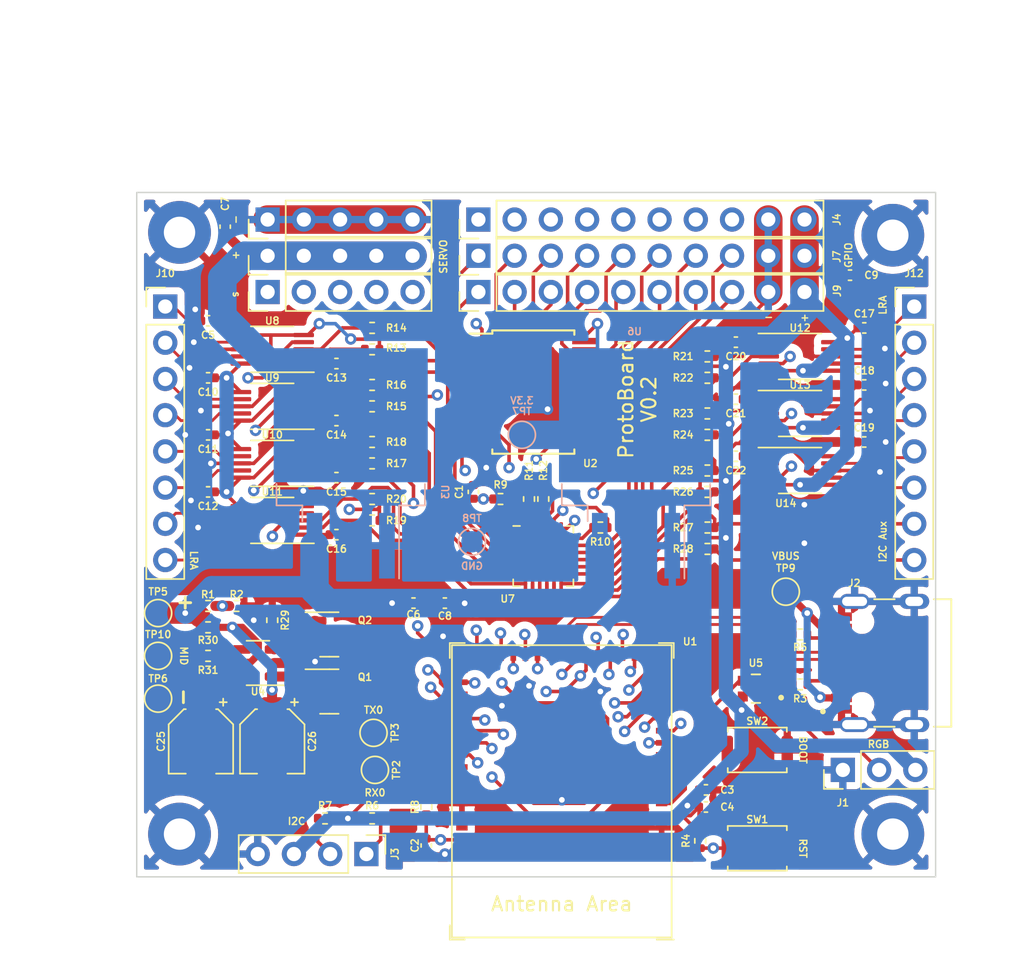
<source format=kicad_pcb>
(kicad_pcb (version 20211014) (generator pcbnew)
  (layers (0 "F.Cu" signal) (1 "In1.Cu" signal) (2 "In2.Cu" signal) (31 "B.Cu" signal) (34 "B.Paste" user) (35 "F.Paste" user) (36 "B.SilkS" user "B.Silkscreen") (37 "F.SilkS" user "F.Silkscreen") (38 "B.Mask" user) (39 "F.Mask" user) (44 "Edge.Cuts" user))
  (net 0 "")
  (net 1 "GND")
  (net 2 "+3V3")
  (net 3 "+BATT")
  (net 4 "+5V")
  (net 5 "Net-(C13-Pad1)")
  (net 6 "Net-(C14-Pad1)")
  (net 7 "Net-(C15-Pad1)")
  (net 8 "/RGB")
  (net 9 "Net-(C16-Pad1)")
  (net 10 "Net-(C20-Pad1)")
  (net 11 "/I2C_SDA")
  (net 12 "/I2C_SCL")
  (net 13 "/ButA")
  (net 14 "/ButB")
  (net 15 "/Menu")
  (net 16 "/ButJ")
  (net 17 "/ButC")
  (net 18 "/JoyX")
  (net 19 "/JoyY")
  (net 20 "/CH1")
  (net 21 "/CH2")
  (net 22 "/CH3")
  (net 23 "/CH4")
  (net 24 "/CH5")
  (net 25 "/CH6")
  (net 26 "/CH7")
  (net 27 "/CH8")
  (net 28 "/Servo1")
  (net 29 "/CH9")
  (net 30 "/CH10")
  (net 31 "/CH11")
  (net 32 "/CH12")
  (net 33 "/CH13")
  (net 34 "/CH14")
  (net 35 "/CH15")
  (net 36 "/CH16")
  (net 37 "/Servo2")
  (net 38 "/Servo3")
  (net 39 "/Servo4")
  (net 40 "Net-(C21-Pad1)")
  (net 41 "Net-(C22-Pad1)")
  (net 42 "/RGB_EXT")
  (net 43 "/BAT_SENSE")
  (net 44 "/EN")
  (net 45 "/TXD0")
  (net 46 "/RXD0")
  (net 47 "Net-(J2-PadA5)")
  (net 48 "Net-(R9-Pad2)")
  (net 49 "Net-(R10-Pad2)")
  (net 50 "Net-(R11-Pad2)")
  (net 51 "Net-(J2-PadB5)")
  (net 52 "/LRA/SC0")
  (net 53 "/LRA/SD0")
  (net 54 "Net-(R12-Pad2)")
  (net 55 "/LRA/SC1")
  (net 56 "/LRA/SD1")
  (net 57 "/LRA/SC2")
  (net 58 "/COM1")
  (net 59 "/LRA/SD2")
  (net 60 "/SEL3")
  (net 61 "/SEL4")
  (net 62 "/SEL2")
  (net 63 "/SEL1")
  (net 64 "/Servo5")
  (net 65 "/LRA/SC3")
  (net 66 "/LRA/SD3")
  (net 67 "/LRA/SC4")
  (net 68 "/LRA/SD4")
  (net 69 "/LRA/SC5")
  (net 70 "/LRA/SD5")
  (net 71 "/LRA/SC6")
  (net 72 "/LRA/SD6")
  (net 73 "/BOOT")
  (net 74 "VBUS")
  (net 75 "/USB_DN")
  (net 76 "/USB_DP")
  (net 77 "/GPIO")
  (net 82 "/LRA/OUT0_P")
  (net 83 "/LRA/OUT0_N")
  (net 84 "/LRA/OUT1_P")
  (net 85 "/LRA/OUT1_N")
  (net 86 "/LRA/OUT2_P")
  (net 87 "/LRA/OUT2_N")
  (net 88 "/LRA/OUT3_P")
  (net 89 "/LRA/OUT3_N")
  (net 90 "/LRA/OUT4_P")
  (net 91 "/LRA/OUT4_N")
  (net 92 "/LRA/OUT5_P")
  (net 93 "/LRA/OUT5_N")
  (net 94 "/LRA/OUT6_P")
  (net 95 "/LRA/OUT6_N")
  (net 96 "/LRA/SC7")
  (net 97 "/LRA/SD7")
  (net 98 "/IN_TRIG0")
  (net 99 "/IN_TRIG1")
  (net 100 "/IN_TRIG2")
  (net 101 "/IN_TRIG3")
  (net 102 "/IN_TRIG4")
  (net 103 "/IN_TRIG5")
  (net 104 "/IN_TRIG6")
  (net 105 "/HY_VDD")
  (net 106 "-BATT")
  (net 107 "Net-(C26-Pad1)")
  (net 108 "/OD")
  (net 109 "Net-(Q1-Pad3)")
  (net 110 "/OC")
  (net 111 "Net-(U4-Pad3)")
  (net 112 "/MID_BAT")
  (footprint "Capacitor_SMD:C_0402_1005Metric" (layer "F.Cu") (at 67.05 90.55)
    (fp_text reference "C6")
    (fp_text value "10uF")
  )
  (footprint "Resistor_SMD:R_0402_1005Metric" (layer "F.Cu") (at 87.65 78.75)
    (fp_text reference "R24")
    (fp_text value "4.7K")
  )
  (footprint "Resistor_SMD:R_0402_1005Metric" (layer "F.Cu") (at 73.15 83.25)
    (fp_text reference "R9")
    (fp_text value "10K")
  )
  (footprint "Connector_PinHeader_2.54mm:PinHeader_1x10_P2.54mm_Vertical" (layer "F.Cu") (at 71.6 66.19 90)
    (fp_text reference "J7")
    (fp_text value "Conn_01x10_Female")
  )
  (footprint "Connector_PinHeader_2.54mm:PinHeader_1x05_P2.54mm_Vertical" (layer "F.Cu") (at 56.825 68.73 90)
    (fp_text reference "J8" hide)
    (fp_text value "Conn_01x05_Female")
  )
  (footprint "Resistor_SMD:R_0402_1005Metric" (layer "F.Cu") (at 64.15 71.25 180)
    (fp_text reference "R14")
    (fp_text value "4.7K")
  )
  (footprint "Capacitor_SMD:C_0402_1005Metric" (layer "F.Cu") (at 89.65 72.25 180)
    (fp_text reference "C20")
    (fp_text value "1uF")
  )
  (footprint "Capacitor_SMD:C_0402_1005Metric" (layer "F.Cu") (at 61.65 85.75)
    (fp_text reference "C16")
    (fp_text value "1uF")
  )
  (footprint "Connector_PinHeader_2.54mm:PinHeader_1x10_P2.54mm_Vertical" (layer "F.Cu") (at 71.6 68.73 90)
    (fp_text reference "J9")
    (fp_text value "Conn_01x10_Female")
  )
  (footprint "Package_SO:VSSOP-10_3x3mm_P0.5mm" (layer "F.Cu") (at 57.15 80.75 180)
    (fp_text reference "U10")
    (fp_text value "DRV2605LDGS")
  )
  (footprint "TestPoint:TestPoint_Pad_D1.5mm" (layer "F.Cu") (at 49.15 94.25)
    (fp_text reference "TP10")
    (fp_text value "TestPoint")
  )
  (footprint "TestPoint:TestPoint_Pad_D1.5mm" (layer "F.Cu") (at 64.25 99.65)
    (fp_text reference "TP3")
    (fp_text value "TestPoint")
  )
  (footprint "WS2812-2020:LED_WS2812-2020" (layer "F.Cu") (at 91.05 96.55 180)
    (fp_text reference "U5")
    (fp_text value "WS2812-2020")
  )
  (footprint "Capacitor_SMD:C_0402_1005Metric" (layer "F.Cu") (at 52.65 70.75 180)
    (fp_text reference "C5")
    (fp_text value "10uF")
  )
  (footprint "Connector_PinHeader_2.54mm:PinHeader_1x10_P2.54mm_Vertical" (layer "F.Cu") (at 71.6 63.65 90)
    (fp_text reference "J4")
    (fp_text value "Conn_01x10_Female")
  )
  (footprint "Package_DFN_QFN:Texas_RGE0024C_EP2.1x2.1mm" (layer "F.Cu") (at 76.15 87.25)
    (fp_text reference "U7")
    (fp_text value "TCA9548ARGER")
  )
  (footprint "Button_Switch_SMD:SW_Push_SPST_NO_Alps_SKRK" (layer "F.Cu") (at 91.15 107.75 180)
    (fp_text reference "SW1")
    (fp_text value "SW_Push")
  )
  (footprint "Resistor_SMD:R_0402_1005Metric" (layer "F.Cu") (at 64.15 105.65 180)
    (fp_text reference "R6")
    (fp_text value "10K")
  )
  (footprint "Resistor_SMD:R_0402_1005Metric" (layer "F.Cu") (at 64.15 83.25 180)
    (fp_text reference "R20")
    (fp_text value "4.7K")
  )
  (footprint "Resistor_SMD:R_0402_1005Metric" (layer "F.Cu") (at 87.65 81.25)
    (fp_text reference "R25")
    (fp_text value "4.7K")
  )
  (footprint "Capacitor_SMD:C_0402_1005Metric" (layer "F.Cu") (at 61.65 77.75)
    (fp_text reference "C14")
    (fp_text value "1uF")
  )
  (footprint "Resistor_SMD:R_0402_1005Metric" (layer "F.Cu") (at 75.15 83.25 -90)
    (fp_text reference "R11")
    (fp_text value "10K")
  )
  (footprint "Connector_PinHeader_2.54mm:PinHeader_1x08_P2.54mm_Vertical" (layer "F.Cu") (at 102.15 69.75)
    (fp_text reference "J12")
    (fp_text value "Conn_01x08_Female")
  )
  (footprint "Resistor_SMD:R_0402_1005Metric" (layer "F.Cu") (at 87.65 85.25)
    (fp_text reference "R27")
    (fp_text value "4.7K")
  )
  (footprint "Capacitor_SMD:C_0402_1005Metric" (layer "F.Cu") (at 87.55 104.85)
    (fp_text reference "C4")
    (fp_text value "0.1uF")
  )
  (footprint "Capacitor_SMD:CP_Elec_4x5.4" (layer "F.Cu") (at 57.15 100.25 -90)
    (fp_text reference "C26")
    (fp_text value "0.1uF")
  )
  (footprint "Resistor_SMD:R_0402_1005Metric" (layer "F.Cu") (at 87.65 73.25)
    (fp_text reference "R21")
    (fp_text value "4.7K")
  )
  (footprint "Capacitor_SMD:C_0402_1005Metric" (layer "F.Cu") (at 69.25 90.55 180)
    (fp_text reference "C8")
    (fp_text value "10uF")
  )
  (footprint "Resistor_SMD:R_0402_1005Metric" (layer "F.Cu") (at 64.15 79.25 180)
    (fp_text reference "R18")
    (fp_text value "4.7K")
  )
  (footprint "MountingHole:MountingHole_2.2mm_M2_Pad" (layer "F.Cu") (at 50.65 64.55)
    (fp_text reference "H1" hide)
    (fp_text value "MH")
  )
  (footprint "Button_Switch_SMD:SW_Push_SPST_NO_Alps_SKRK" (layer "F.Cu") (at 91.15 100.85 180)
    (fp_text reference "SW2")
    (fp_text value "SW_Push")
  )
  (footprint "Resistor_SMD:R_0402_1005Metric" (layer "F.Cu") (at 87.65 74.75)
    (fp_text reference "R22")
    (fp_text value "4.7K")
  )
  (footprint "Capacitor_SMD:C_0402_1005Metric" (layer "F.Cu") (at 98.65 71.25)
    (fp_text reference "C17")
    (fp_text value "10uF")
  )
  (footprint "Capacitor_SMD:C_0402_1005Metric" (layer "F.Cu") (at 89.65 80.25 180)
    (fp_text reference "C22")
    (fp_text value "1uF")
  )
  (footprint "Package_SO:VSSOP-10_3x3mm_P0.5mm" (layer "F.Cu") (at 57.15 72.75 180)
    (fp_text reference "U8")
    (fp_text value "DRV2605LDGS")
  )
  (footprint "Connector_PinHeader_2.54mm:PinHeader_1x05_P2.54mm_Vertical" (layer "F.Cu") (at 56.825 66.19 90)
    (fp_text reference "J6" hide)
    (fp_text value "Conn_01x05_Female")
  )
  (footprint "TestPoint:TestPoint_Pad_D1.5mm" (layer "F.Cu") (at 64.35 102.25)
    (fp_text reference "TP2")
    (fp_text value "TestPoint")
  )
  (footprint "Package_SO:VSSOP-10_3x3mm_P0.5mm" (layer "F.Cu") (at 94.15 73.25)
    (fp_text reference "U12")
    (fp_text value "DRV2605LDGS")
  )
  (footprint "Connector_PinHeader_2.54mm:PinHeader_1x05_P2.54mm_Vertical" (layer "F.Cu") (at 56.825 63.65 90)
    (fp_text reference "J5" hide)
    (fp_text value "Conn_01x05_Female")
  )
  (footprint "Resistor_SMD:R_0402_1005Metric" (layer "F.Cu") (at 64.15 72.75 180)
    (fp_text reference "R13")
    (fp_text value "4.7K")
  )
  (footprint "Connector_PinHeader_2.54mm:PinHeader_1x03_P2.54mm_Vertical" (layer "F.Cu") (at 97.15 102.25 90)
    (fp_text reference "J1")
    (fp_text value "Conn_01x03_Female")
  )
  (footprint "Resistor_SMD:R_0402_1005Metric" (layer "F.Cu") (at 94.15 92.75 180)
    (fp_text reference "R5")
    (fp_text value "5K1")
  )
  (footprint "Capacitor_SMD:C_0402_1005Metric" (layer "F.Cu") (at 87.55 103.65)
    (fp_text reference "C3")
    (fp_text value "22uF")
  )
  (footprint "Capacitor_SMD:C_0402_1005Metric" (layer "F.Cu") (at 98.65 79.25)
    (fp_text reference "C19")
    (fp_text value "10uF")
  )
  (footprint "Resistor_SMD:R_0402_1005Metric" (layer "F.Cu") (at 60.85 105.65)
    (fp_text reference "R7")
    (fp_text value "10K")
  )
  (footprint "MountingHole:MountingHole_2.2mm_M2_Pad" (layer "F.Cu") (at 50.65 106.75)
    (fp_text reference "H4" hide)
    (fp_text value "MH")
  )
  (footprint "TestPoint:TestPoint_Pad_D1.5mm" (layer "F.Cu") (at 93.15 89.75)
    (fp_text reference "TP9")
    (fp_text value "TestPoint")
  )
  (footprint "Package_TO_SOT_SMD:SOT-23" (layer "F.Cu") (at 61.15 92.75)
    (fp_text reference "Q2")
    (fp_text value "HX2300A")
  )
  (footprint "Resistor_SMD:R_0402_1005Metric" (layer "F.Cu") (at 52.65 92.25 180)
    (fp_text reference "R30")
    (fp_text value "330R")
  )
  (footprint "Resistor_SMD:R_0402_1005Metric" (layer "F.Cu") (at 87.65 82.75)
    (fp_text reference "R26")
    (fp_text value "4.7K")
  )
  (footprint "Resistor_SMD:R_0402_1005Metric" (layer "F.Cu") (at 87.65 86.75)
    (fp_text reference "R28")
    (fp_text value "4.7K")
  )
  (footprint "Resistor_SMD:R_0402_1005Metric" (layer "F.Cu") (at 94.15 96.25)
    (fp_text reference "R3")
    (fp_text value "5K1")
  )
  (footprint "Capacitor_SMD:C_0402_1005Metric" (layer "F.Cu") (at 52.65 78.75 180)
    (fp_text reference "C11")
    (fp_text value "10uF")
  )
  (footprint "Package_TO_SOT_SMD:SOT-23" (layer "F.Cu") (at 61.15 96.75)
    (fp_text reference "Q1")
    (fp_text value "HX2300A")
  )
  (footprint "Capacitor_SMD:C_0402_1005Metric" (layer "F.Cu") (at 61.65 81.75)
    (fp_text reference "C15")
    (fp_text value "1uF")
  )
  (footprint "Resistor_SMD:R_0402_1005Metric" (layer "F.Cu") (at 64.15 76.75 180)
    (fp_text reference "R15")
    (fp_text value "4.7K")
  )
  (footprint "TestPoint:TestPoint_Pad_D1.5mm" (layer "F.Cu") (at 49.15 91.25)
    (fp_text reference "TP5")
    (fp_text value "TestPoint")
  )
  (footprint "Capacitor_SMD:C_0402_1005Metric" (layer "F.Cu") (at 97.65 67.55)
    (fp_text reference "C9")
    (fp_text value "22uF")
  )
  (footprint "Resistor_SMD:R_0402_1005Metric" (layer "F.Cu") (at 64.15 84.75 180)
    (fp_text reference "R19")
    (fp_text value "4.7K")
  )
  (footprint "Package_SO:VSSOP-10_3x3mm_P0.5mm" (layer "F.Cu") (at 57.15 76.75 180)
    (fp_text reference "U9")
    (fp_text value "DRV2605LDGS")
  )
  (footprint "TestPoint:TestPoint_Pad_D1.5mm" (layer "F.Cu") (at 49.15 97.25)
    (fp_text reference "TP6")
    (fp_text value "TestPoint")
  )
  (footprint "Resistor_SMD:R_0402_1005Metric" (layer "F.Cu") (at 76.15 83.25 -90)
    (fp_text reference "R12")
    (fp_text value "10K")
  )
  (footprint "Package_SO:VSSOP-10_3x3mm_P0.5mm" (layer "F.Cu") (at 57.15 84.75 180)
    (fp_text reference "U11")
    (fp_text value "DRV2605LDGS")
  )
  (footprint "Package_SO:VSSOP-10_3x3mm_P0.5mm" (layer "F.Cu") (at 94.15 81.25)
    (fp_text reference "U14")
    (fp_text value "DRV2605LDGS")
  )
  (footprint "Package_SO:SSOP-24_5.3x8.2mm_P0.65mm" (layer "F.Cu") (at 75.45 75.75)
    (fp_text reference "U2")
    (fp_text value "CD74HC4067SM")
  )
  (footprint "Resistor_SMD:R_0402_1005Metric" (layer "F.Cu") (at 52.65 90.75)
    (fp_text reference "R1")
    (fp_text value "5M")
  )
  (footprint "Resistor_SMD:R_0402_1005Metric" (layer "F.Cu") (at 54.65 90.75)
    (fp_text reference "R2")
    (fp_text value "1M")
  )
  (footprint "Capacitor_SMD:CP_Elec_4x5.4" (layer "F.Cu") (at 52.15 100.25 -90)
    (fp_text reference "C25")
    (fp_text value "0.1uF")
  )
  (footprint "Resistor_SMD:R_0402_1005Metric" (layer "F.Cu") (at 64.15 75.25 180)
    (fp_text reference "R16")
    (fp_text value "4.7K")
  )
  (footprint "Resistor_SMD:R_0402_1005Metric" (layer "F.Cu") (at 57.15 91.75 -90)
    (fp_text reference "R29")
    (fp_text value "2K")
  )
  (footprint "Resistor_SMD:R_0402_1005Metric" (layer "F.Cu") (at 52.65 94.25 180)
    (fp_text reference "R31")
    (fp_text value "330R")
  )
  (footprint "Resistor_SMD:R_0402_1005Metric" (layer "F.Cu") (at 67.95 104.85 -90)
    (fp_text reference "R8")
    (fp_text value "10K")
  )
  (footprint "Capacitor_SMD:C_0402_1005Metric" (layer "F.Cu") (at 71.25 82.75 90)
    (fp_text reference "C1")
    (fp_text value "10uF")
  )
  (footprint "Connector_PinHeader_2.54mm:PinHeader_1x08_P2.54mm_Vertical" (layer "F.Cu") (at 49.65 69.75)
    (fp_text reference "J10")
    (fp_text value "Conn_01x08_Female")
  )
  (footprint "Capacitor_SMD:C_0402_1005Metric" (layer "F.Cu") (at 89.65 76.25 180)
    (fp_text reference "C21")
    (fp_text value "1uF")
  )
  (footprint "Resistor_SMD:R_0402_1005Metric" (layer "F.Cu") (at 87.65 77.25)
    (fp_text reference "R23")
    (fp_text value "4.7K")
  )
  (footprint "Capacitor_SMD:C_0402_1005Metric" (layer "F.Cu") (at 61.65 73.75)
    (fp_text reference "C13")
    (fp_text value "1uF")
  )
  (footprint "TYPE-C-31-M-12:HRO_TYPE-C-31-M-12" (layer "F.Cu") (at 102.15 94.75 90)
    (fp_text reference "J2")
    (fp_text value "TYPE-C-31-M-12")
  )
  (footprint "Capacitor_SMD:C_0402_1005Metric" (layer "F.Cu") (at 98.65 75.25)
    (fp_text reference "C18")
    (fp_text value "10uF")
  )
  (footprint "Package_TO_SOT_SMD:SOT-23-6" (layer "F.Cu") (at 56.15 94.75 180)
    (fp_text reference "U4")
    (fp_text value "HY2120")
  )
  (footprint "Capacitor_SMD:C_0402_1005Metric" (layer "F.Cu") (at 67.945 107.55 90)
    (fp_text reference "C2")
    (fp_text value "0.1uF")
  )
  (footprint "Resistor_SMD:R_0402_1005Metric" (layer "F.Cu") (at 64.15 80.75 180)
    (fp_text reference "R17")
    (fp_text value "4.7K")
  )
  (footprint "Package_SO:VSSOP-10_3x3mm_P0.5mm" (layer "F.Cu") (at 94.15 77.25)
    (fp_text reference "U13")
    (fp_text value "DRV2605LDGS")
  )
  (footprint "Espressif:ESP32-S3-MINI-1" (layer "F.Cu") (at 77.445 101.2 180)
    (fp_text reference "U1")
    (fp_text value "ESP32-S3-MINI-1")
  )
  (footprint "Resistor_SMD:R_0402_1005Metric" (layer "F.Cu") (at 87.15 107.225 -90)
    (fp_text reference "R4")
    (fp_text value "10K")
  )
  (footprint "MountingHole:MountingHole_2.2mm_M2_Pad" (layer "F.Cu") (at 100.65 64.75)
    (fp_text reference "H3" hide)
    (fp_text value "MH")
  )
  (footprint "Connector_PinHeader_2.54mm:PinHeader_1x04_P2.54mm_Vertical" (layer "F.Cu") (at 63.75 108.15 -90)
    (fp_text reference "J3")
    (fp_text value "Conn_01x04_Female")
  )
  (footprint "Resistor_SMD:R_0402_1005Metric" (layer "F.Cu") (at 80.15 85.25 180)
    (fp_text reference "R10")
    (fp_text value "10K")
  )
  (footprint "Capacitor_SMD:C_0402_1005Metric" (layer "F.Cu") (at 52.65 82.75 180)
    (fp_text reference "C12")
    (fp_text value "10uF")
  )
  (footprint "Capacitor_SMD:C_0402_1005Metric" (layer "F.Cu") (at 53.85 64.15 90)
    (fp_text reference "C7")
    (fp_text value "22uF")
  )
  (footprint "Capacitor_SMD:C_0402_1005Metric" (layer "F.Cu") (at 52.65 74.75 180)
    (fp_text reference "C10")
    (fp_text value "10uF")
  )
  (footprint "MountingHole:MountingHole_2.2mm_M2_Pad" (layer "F.Cu") (at 100.65 106.75)
    (fp_text reference "H2" hide)
    (fp_text value "MH")
  )
  (footprint "TestPoint:TestPoint_Pad_D1.5mm" (layer "B.Cu") (at 74.65 78.75 180)
    (fp_text reference "TP7")
    (fp_text value "TestPoint")
  )
  (footprint "TestPoint:TestPoint_Pad_D1.5mm" (layer "B.Cu") (at 71.15 86.25 180)
    (fp_text reference "TP8")
    (fp_text value "TestPoint")
  )
  (footprint "Package_TO_SOT_SMD:TO-263-2" (layer "B.Cu") (at 82.65 80.75 90)
    (fp_text reference "U6")
    (fp_text value "LM1084-3.3")
  )
  (footprint "Package_TO_SOT_SMD:TO-263-2" (layer "B.Cu") (at 62.65 80.75 90)
    (fp_text reference "U3")
    (fp_text value "LM1084-5.0")
  )
  (gr_rect (start 47.65 61.75) (end 103.65 109.75) (layer "Edge.Cuts") (width 0.1) (fill none))
  (gr_text "3.3V" (at 74.65 76.35) (layer "B.SilkS") (effects (font (size 0.5 0.5) (thickness 0.1)) (justify mirror)))
  (gr_text "GND" (at 71.15 87.95) (layer "B.SilkS") (effects (font (size 0.5 0.5) (thickness 0.1)) (justify mirror)))
  (gr_text "+" (at 51.05 90.45) (layer "F.SilkS") (effects (font (size 1 1) (thickness 0.2))))
  (gr_text "+" (at 94.45 70.55 90) (layer "F.SilkS") (effects (font (size 0.5 0.5) (thickness 0.1))))
  (gr_text "LRA" (at 51.65 87.55 270) (layer "F.SilkS") (effects (font (size 0.5 0.5) (thickness 0.1))))
  (gr_text "I2C Aux" (at 99.95 86.25 90) (layer "F.SilkS") (effects (font (size 0.5 0.5) (thickness 0.1))))
  (gr_text "MID" (at 50.95 94.25 270) (layer "F.SilkS") (effects (font (size 0.5 0.5) (thickness 0.1))))
  (gr_text "+" (at 54.65 66.15 270) (layer "F.SilkS") (effects (font (size 0.5 0.5) (thickness 0.1))))
  (gr_text "-" (at 54.65 63.65 270) (layer "F.SilkS") (effects (font (size 0.5 0.5) (thickness 0.1))))
  (gr_text "RX0" (at 64.35 103.85) (layer "F.SilkS") (effects (font (size 0.5 0.5) (thickness 0.1))))
  (gr_text "RST" (at 94.35 107.75 270) (layer "F.SilkS") (effects (font (size 0.5 0.5) (thickness 0.1))))
  (gr_text "GPIO" (at 97.55 66.15 90) (layer "F.SilkS") (effects (font (size 0.5 0.5) (thickness 0.1))))
  (gr_text "s" (at 54.65 68.9 270) (layer "F.SilkS") (effects (font (size 0.5 0.5) (thickness 0.1))))
  (gr_text "ProtoBoard\nV0.2" (at 82.75 76.25 90) (layer "F.SilkS") (effects (font (size 1 1))))
  (gr_text "VBUS" (at 93.15 87.25) (layer "F.SilkS") (effects (font (size 0.5 0.5) (thickness 0.1))))
  (gr_text "-" (at 50.85 97.15 90) (layer "F.SilkS") (effects (font (size 1 1) (thickness 0.2))))
  (gr_text "TX0" (at 64.25 98.05) (layer "F.SilkS") (effects (font (size 0.5 0.5) (thickness 0.1))))
  (gr_text "LRA" (at 99.95 69.65 90) (layer "F.SilkS") (effects (font (size 0.5 0.5) (thickness 0.1))))
  (gr_text "SERVO" (at 69.15 66.25 90) (layer "F.SilkS") (effects (font (size 0.5 0.5) (thickness 0.1))))
  (gr_text "BOOT" (at 94.35 100.85 270) (layer "F.SilkS") (effects (font (size 0.5 0.5) (thickness 0.1))))
  (gr_text "RGB" (at 99.65 100.45) (layer "F.SilkS") (effects (font (size 0.5 0.5) (thickness 0.1))))
  (gr_text "-" (at 91.95 70.55 180) (layer "F.SilkS") (effects (font (size 0.5 0.5) (thickness 0.1))))
  (gr_text "I2C" (at 58.85 105.85) (layer "F.SilkS") (effects (font (size 0.5 0.5) (thickness 0.1))))
  (segment (start 89.17 72.25) (end 89.07596 72.15596) (width 0.25) (layer "F.Cu") (net 1))
  (segment (start 62.13 81.75693) (end 61.212428 82.674502) (width 0.25) (layer "F.Cu") (net 1))
  (segment (start 89.07596 72.02404) (end 91.92 69.18) (width 0.25) (layer "F.Cu") (net 1))
  (segment (start 89.65 79.35) (end 93.15 79.35) (width 0.25) (layer "F.Cu") (net 1))
  (segment (start 69.1225 92.8775) (end 68.77 92.525) (width 0.25) (layer "F.Cu") (net 1))
  (segment (start 99.13 79.25) (end 100.15 79.25) (width 0.25) (layer "F.Cu") (net 1))
  (segment (start 74.73 91.67) (end 75.9 90.5) (width 0.25) (layer "F.Cu") (net 1))
  (segment (start 100.05 75.25) (end 100.15 75.15) (width 0.25) (layer "F.Cu") (net 1))
  (segment (start 68.77 91.67) (end 68.77 90.55) (width 0.25) (layer "F.Cu") (net 1))
  (segment (start 89.17 75.83) (end 89.55 75.45) (width 0.25) (layer "F.Cu") (net 1))
  (segment (start 89.17 76.25) (end 89.17 75.83) (width 0.25) (layer "F.Cu") (net 1))
  (segment (start 94.35 76.65) (end 94.95 77.25) (width 0.25) (layer "F.Cu") (net 1))
  (segment (start 55.75 76.75) (end 57.55 74.95) (width 0.25) (layer "F.Cu") (net 1))
  (segment (start 62.13 78.27) (end 62.13 77.75) (width 0.25) (layer "F.Cu") (net 1))
  (segment (start 91.92 69.18) (end 91.92 68.73) (width 0.25) (layer "F.Cu") (net 1))
  (segment (start 57.75 78.85) (end 61.55 78.85) (width 0.25) (layer "F.Cu") (net 1))
  (segment (start 60.2125 94.58798) (end 60.15 94.65048) (width 1) (layer "F.Cu") (net 1))
  (segment (start 93.15 79.35) (end 95.05 81.25) (width 0.25) (layer "F.Cu") (net 1))
  (segment (start 52.05 74.75) (end 51.35 74.05) (width 0.25) (layer "F.Cu") (net 1))
  (segment (start 60.2125 93.7) (end 60.2125 94.58798) (width 1) (layer "F.Cu") (net 1))
  (segment (start 95.05 81.25) (end 96.35 81.25) (width 0.25) (layer "F.Cu") (net 1))
  (segment (start 68.77 92.525) (end 68.77 91.67) (width 0.25) (layer "F.Cu") (net 1))
  (segment (start 54.95 80.75) (end 55.85 80.75) (width 0.25) (layer "F.Cu") (net 1))
  (segment (start 94.95 77.25) (end 96.35 77.25) (width 0.25) (layer "F.Cu") (net 1))
  (segment (start 96.35 77.25) (end 98.85 77.25) (width 0.25) (layer "F.Cu") (net 1))
  (segment (start 52.45 84.75) (end 51.95 85.25) (width 0.25) (layer "F.Cu") (net 1))
  (segment (start 71.85 80.75) (end 72.15 81.05) (width 0.25) (layer "F.Cu") (net 1))
  (segment (start 54.95 76.75) (end 52.45 76.75) (width 0.25) (layer "F.Cu") (net 1))
  (segment (start 99.13 75.25) (end 100.05 75.25) (width 0.25) (layer "F.Cu") (net 1))
  (segment (start 94.35 75.85) (end 94.35 76.65) (width 0.25) (layer "F.Cu") (net 1))
  (segment (start 91.92 63.65) (end 91.92 68.73) (width 2) (layer "F.Cu") (net 1))
  (segment (start 70.445 108.2) (end 69.3 108.2) (width 0.25) (layer "F.Cu") (net 1))
  (segment (start 99.65 81.25) (end 99.75 81.35) (width 0.25) (layer "F.Cu") (net 1))
  (segment (start 98.85 77.25) (end 99.05 77.05) (width 0.25) (layer "F.Cu") (net 1))
  (segment (start 96.35 81.25) (end 99.65 81.25) (width 0.25) (layer "F.Cu") (net 1))
  (segment (start 69.25 108.15) (end 68.065 108.15) (width 0.25) (layer "F.Cu") (net 1))
  (segment (start 93.95 75.45) (end 94.35 75.85) (width 0.25) (layer "F.Cu") (net 1))
  (segment (start 52.17 74.75) (end 52.05 74.75) (width 0.25) (layer "F.Cu") (net 1))
  (segment (start 77.525 78.025) (end 76.45 76.95) (width 0.25) (layer "F.Cu") (net 1))
  (segment (start 62.13 81.75) (end 62.13 81.75693) (width 0.25) (layer "F.Cu") (net 1))
  (segment (start 61.55 78.85) (end 62.13 78.27) (width 0.25) (layer "F.Cu") (net 1))
  (segment (start 57.55 74.95) (end 61.55 74.95) (width 0.25) (layer "F.Cu") (net 1))
  (segment (start 89.17 80.25) (end 89.17 79.83) (width 0.25) (layer "F.Cu") (net 1))
  (segment (start 99.539244 73.25) (end 100.094622 72.694622) (width 0.25) (layer "F.Cu") (net 1))
  (segment (start 62.13 74.37) (end 62.13 73.75) (width 0.25) (layer "F.Cu") (net 1))
  (segment (start 52.17 78.75) (end 51.05 78.75) (width 0.25) (layer "F.Cu") (net 1))
  (segment (start 61.55 74.95) (end 62.13 74.37) (width 0.25) (layer "F.Cu") (net 1))
  (segment (start 68.77 91.67) (end 74.73 91.67) (width 0.25) (layer "F.Cu") (net 1))
  (segment (start 89.17 79.83) (end 89.65 79.35) (width 0.25) (layer "F.Cu") (net 1))
  (segment (start 91.92 70.02) (end 91.92 68.73) (width 0.25) (layer "F.Cu") (net 1))
  (segment (start 54.95 80.75) (end 52.85 80.75) (width 0.25) (layer "F.Cu") (net 1))
  (segment (start 61.212428 82.674502) (end 59.3255 82.674502) (width 0.25) (layer "F.Cu") (net 1))
  (segment (start 56.825 63.65) (end 66.985 63.65) (width 2) (layer "F.Cu") (net 1))
  (segment (start 79.05 78.025) (end 77.525 78.025) (width 0.25) (layer "F.Cu") (net 1))
  (segment (start 75.9 90.5) (end 75.9 89.1875) (width 0.25) (layer "F.Cu") (net 1))
  (segment (start 52.05 82.75) (end 51.45 83.35) (width 0.25) (layer "F.Cu") (net 1))
  (segment (start 96.35 73.25) (end 99.539244 73.25) (width 0.25) (layer "F.Cu") (net 1))
  (segment (start 89.55 75.45) (end 93.95 75.45) (width 0.25) (layer "F.Cu") (net 1))
  (segment (start 54.95 72.75) (end 52.15 72.75) (width 0.25) (layer "F.Cu") (net 1))
  (segment (start 67.53 90.55) (end 68.77 90.55) (width 0.25) (layer "F.Cu") (net 1))
  (segment (start 55.85 80.75) (end 57.75 78.85) (width 0.25) (layer "F.Cu") (net 1))
  (segment (start 68.065 108.15) (end 67.945 108.03) (width 0.25) (layer "F.Cu") (net 1))
  (segment (start 54.95 84.75) (end 52.45 84.75) (width 0.25) (layer "F.Cu") (net 1))
  (segment (start 70.445 94.2) (end 69.1225 92.8775) (width 0.25) (layer "F.Cu") (net 1))
  (segment (start 71.85 79.325) (end 71.85 80.75) (width 0.25) (layer "F.Cu") (net 1))
  (segment (start 52.45 76.75) (end 52.15 77.05) (width 0.25) (layer "F.Cu") (net 1))
  (segment (start 52.17 70.75) (end 52.17 70.37) (width 0.25) (layer "F.Cu") (net 1))
  (segment (start 52.17 82.75) (end 52.05 82.75) (width 0.25) (layer "F.Cu") (net 1))
  (segment (start 96.35 73.25) (end 95.15 73.25) (width 0.25) (layer "F.Cu") (net 1))
  (segment (start 95.15 73.25) (end 91.92 70.02) (width 0.25) (layer "F.Cu") (net 1))
  (segment (start 52.15 72.75) (end 51.65 72.25) (width 0.25) (layer "F.Cu") (net 1))
  (segment (start 52.17 70.37) (end 51.75 69.95) (width 0.25) (layer "F.Cu") (net 1))
  (segment (start 54.95 76.75) (end 55.75 76.75) (width 0.25) (layer "F.Cu") (net 1))
  (segment (start 89.07596 72.15596) (end 89.07596 72.02404) (width 0.25) (layer "F.Cu") (net 1))
  (segment (start 69.3 108.2) (end 69.25 108.15) (width 0.25) (layer "F.Cu") (net 1))
  (via (at 52.85 80.75) (size 0.8) (drill 0.4) (layers "F.Cu" "B.Cu") (net 1))
  (via (at 51.35 74.05) (size 0.8) (drill 0.4) (layers "F.Cu" "B.Cu") (net 1))
  (via (at 51.75 69.95) (size 0.8) (drill 0.4) (layers "F.Cu" "B.Cu") (net 1))
  (via (at 51.65 72.25) (size 0.8) (drill 0.4) (layers "F.Cu" "B.Cu") (net 1))
  (via (at 52.15 77.05) (size 0.8) (drill 0.4) (layers "F.Cu" "B.Cu") (net 1))
  (via (at 73.25 97.75) (size 0.8) (drill 0.4) (layers "F.Cu" "B.Cu") (net 1))
  (via (at 99.05 77.05) (size 0.8) (drill 0.4) (layers "F.Cu" "B.Cu") (net 1))
  (via (at 100.094622 72.694622) (size 0.8) (drill 0.4) (layers "F.Cu" "B.Cu") (net 1))
  (via (at 100.15 79.25) (size 0.8) (drill 0.4) (layers "F.Cu" "B.Cu") (net 1))
  (via (at 100.15 75.15) (size 0.8) (drill 0.4) (layers "F.Cu" "B.Cu") (net 1))
  (via (at 94.45 83.65) (size 0.8) (drill 0.4) (layers "F.Cu" "B.Cu") (net 1))
  (via (at 99.75 81.35) (size 0.8) (drill 0.4) (layers "F.Cu" "B.Cu") (net 1))
  (via (at 59.3255 82.674502) (size 0.8) (drill 0.4) (layers "F.Cu" "B.Cu") (net 1))
  (via (at 77.45 104.35) (size 0.8) (drill 0.4) (layers "F.Cu" "B.Cu") (net 1))
  (via (at 51.45 83.35) (size 0.8) (drill 0.4) (layers "F.Cu" "B.Cu") (net 1))
  (via (at 69.25 108.15) (size 0.8) (drill 0.4) (layers "F.Cu" "B.Cu") (net 1))
  (via (at 51.95 85.25) (size 0.8) (drill 0.4) (layers "F.Cu" "B.Cu") (net 1))
  (via (at 55.85 91.75) (size 0.8) (drill 0.4) (layers "F.Cu" "B.Cu") (net 1))
  (via (at 72.15 81.05) (size 0.8) (drill 0.4) (layers "F.Cu" "B.Cu") (net 1))
  (via (at 51.05 78.75) (size 0.8) (drill 0.4) (layers "F.Cu" "B.Cu") (net 1))
  (via (at 75.15 96.35) (size 0.8) (drill 0.4) (layers "F.Cu" "B.Cu") (net 1))
  (via (at 94.45 86.35) (size 0.8) (drill 0.4) (layers "F.Cu" "B.Cu") (net 1))
  (via (at 76.45 76.95) (size 0.8) (drill 0.4) (layers "F.Cu" "B.Cu") (net 1))
  (via (at 69.1225 92.8775) (size 0.8) (drill 0.4) (layers "F.Cu" "B.Cu") (net 1))
  (via (at 80.15 96.75) (size 0.8) (drill 0.4) (layers "F.Cu" "B.Cu") (net 1))
  (via (at 60.15 94.65048) (size 0.8) (drill 0.4) (layers "F.Cu" "B.Cu") (net 1))
  (segment (start 55.740006 77.75) (end 56.95 76.540006) (width 0.25) (layer "F.Cu") (net 2))
  (segment (start 62.6645 72.04) (end 62.65 72.0255) (width 0.25) (layer "F.Cu") (net 2))
  (segment (start 56.95 76.540006) (end 56.959994 76.540006) (width 0.25) (layer "F.Cu") (net 2))
  (segment (start 53.75 82.75) (end 53.95 82.75) (width 0.25) (layer "F.Cu") (net 2))
  (segment (start 86.73 104.27) (end 86.25 104.75) (width 0.25) (layer "F.Cu") (net 2))
  (segment (start 56.45 73.75) (end 57.05 73.15) (width 0.25) (layer "F.Cu") (net 2))
  (segment (start 94.46 67.26) (end 94.46 68.73) (width 2) (layer "F.Cu") (net 2))
  (segment (start 54.95 77.75) (end 55.740006 77.75) (width 0.25) (layer "F.Cu") (net 2))
  (segment (start 54.95 71.75) (end 54.13 71.75) (width 0.25) (layer "F.Cu") (net 2))
  (segment (start 96.88 67.26) (end 97.17 67.55) (width 0.7) (layer "F.Cu") (net 2))
  (segment (start 57.05 84.55) (end 57.05 83.75) (width 0.25) (layer "F.Cu") (net 2))
  (segment (start 78.05 82.85) (end 79.05 83.85) (width 0.25) (layer "F.Cu") (net 2))
  (segment (start 53.95 82.75) (end 54.95 81.75) (width 0.25) (layer "F.Cu") (net 2))
  (segment (start 54.75 83.75) (end 54.95 83.75) (width 0.25) (layer "F.Cu") (net 2))
  (segment (start 87.07 104.27) (end 86.73 104.27) (width 0.25) (layer "F.Cu") (net 2))
  (segment (start 96.35 76.25) (end 97.17 76.25) (width 0.25) (layer "F.Cu") (net 2))
  (segment (start 94.35 74.25) (end 96.35 74.25) (width 0.25) (layer "F.Cu") (net 2))
  (segment (start 90.135 97.1) (end 90.135 97.965) (width 0.25) (layer "F.Cu") (net 2))
  (segment (start 61.36 105.65) (end 62.45 105.65) (width 0.25) (layer "F.Cu") (net 2))
  (segment (start 72.64 83.25) (end 73.44 82.45) (width 0.25) (layer "F.Cu") (net 2))
  (segment (start 53.75 82.75) (end 54.75 83.75) (width 0.25) (layer "F.Cu") (net 2))
  (segment (start 97.17 72.25) (end 98.17 71.25) (width 0.25) (layer "F.Cu") (net 2))
  (segment (start 54.95 81.75) (end 55.85 81.75) (width 0.25) (layer "F.Cu") (net 2))
  (segment (start 85.885 105.45) (end 87.15 106.715) (width 0.25) (layer "F.Cu") (net 2))
  (segment (start 64.66 71.25) (end 64.66 72.04) (width 0.25) (layer "F.Cu") (net 2))
  (segment (start 90.135 97.965) (end 90.05 98.05) (width 0.25) (layer "F.Cu") (net 2))
  (segment (start 79.85 83.85) (end 80.65 84.65) (width 0.25) (layer "F.Cu") (net 2))
  (segment (start 55.85 81.75) (end 56.85 80.75) (width 0.25) (layer "F.Cu") (net 2))
  (segment (start 76.15 82.74) (end 75.15 82.74) (width 0.25) (layer "F.Cu") (net 2))
  (segment (start 54.95 85.75) (end 55.85 85.75) (width 0.25) (layer "F.Cu") (net 2))
  (segment (start 74.86 82.45) (end 75.15 82.74) (width 0.25) (layer "F.Cu") (net 2))
  (segment (start 54.05 78.65) (end 54.95 77.75) (width 0.25) (layer "F.Cu") (net 2))
  (segment (start 87.14 85.96) (end 87.14 85.25) (width 0.25) (layer "F.Cu") (net 2))
  (segment (start 87.14 77.94) (end 87.14 78.75) (width 0.25) (layer "F.Cu") (net 2))
  (segment (start 87.14 81.96) (end 87.14 82.75) (width 0.25) (layer "F.Cu") (net 2))
  (segment (start 53.95 78.75) (end 54.05 78.65) (width 0.25) (layer "F.Cu") (net 2))
  (segment (start 88.9155 73.94) (end 88.95 73.9745) (width 0.25) (layer "F.Cu") (net 2))
  (segment (start 79.05 72.175) (end 79.05 71.85) (width 0.25) (layer "F.Cu") (net 2))
  (segment (start 64.5255 83.9745) (end 62.55 83.9745) (width 0.25) (layer "F.Cu") (net 2))
  (segment (start 87.14 81.25) (end 87.14 81.96) (width 0.25) (layer "F.Cu") (net 2))
  (segment (start 71.27 83.25) (end 71.25 83.23) (width 0.25) (layer "F.Cu") (net 2))
  (segment (start 57.75 75.75) (end 59.35 75.75) (width 0.25) (layer "F.Cu") (net 2))
  (segment (start 77.94 82.74) (end 78.05 82.85) (width 0.25) (layer "F.Cu") (net 2))
  (segment (start 76.79452 84.085339) (end 76.79452 83.38452) (width 0.25) (layer "F.Cu") (net 2))
  (segment (start 97.17 78.25) (end 98.17 79.25) (width 0.25) (layer "F.Cu") (net 2))
  (segment (start 59.65 71.75) (end 60.45 70.95) (width 0.25) (layer "F.Cu") (net 2))
  (segment (start 85.885 105.115) (end 86.25 104.75) (width 0.25) (layer "F.Cu") (net 2))
  (segment (start 85.885 105.45) (end 86.47 105.45) (width 0.25) (layer "F.Cu") (net 2))
  (segment (start 96.35 72.25) (end 97.17 72.25) (width 0.25) (layer "F.Cu") (net 2))
  (segment (start 54.13 71.75) (end 53.13 70.75) (width 0.25) (layer "F.Cu") (net 2))
  (segment (start 54.95 83.75) (end 57.05 83.75) (width 0.25) (layer "F.Cu") (net 2))
  (segment (start 96.35 78.25) (end 97.17 78.25) (width 0.25) (layer "F.Cu") (net 2))
  (segment (start 64.66 83.84) (end 64.66 84.75) (width 0.25) (layer "F.Cu") (net 2))
  (segment (start 53.13 74.75) (end 53.95 74.75) (width 0.25) (layer "F.Cu") (net 2))
  (segment (start 87.14 77.94) (end 89.1155 77.94) (width 0.25) (layer "F.Cu") (net 2))
  (segment (start 64.66 72.04) (end 64.66 72.75) (width 0.25) (layer "F.Cu") (net 2))
  (segment (start 87.07 103.65) (end 87.07 104.27) (width 0.25) (layer "F.Cu") (net 2))
  (segment (start 76.4 85.3125) (end 76.4 84.479859) (width 0.25) (layer "F.Cu") (net 2))
  (segment (start 54.95 73.75) (end 56.45 73.75) (width 0.25) (layer "F.Cu") (net 2))
  (segment (start 73.44 82.45) (end 74.86 82.45) (width 0.25) (layer "F.Cu") (net 2))
  (segment (start 87.14 85.96) (end 88.9355 85.96) (width 0.25) (layer "F.Cu") (net 2))
  (segment (start 87.07 106.635) (end 87.15 106.715) (width 0.25) (layer "F.Cu") (net 2))
  (segment (start 96.35 80.25) (end 97.17 80.25) (width 0.25) (layer "F.Cu") (net 2))
  (segment (start 64.66 79.94) (end 67.05 82.33) (width 0.25) (layer "F.Cu") (net 2))
  (segment (start 64.66 76.06) (end 64.66 76.75) (width 0.25) (layer "F.Cu") (net 2))
  (segment (start 87.14 73.94) (end 88.9155 73.94) (width 0.25) (layer "F.Cu") (net 2))
  (segment (start 94.35 78.25) (end 96.35 78.25) (width 0.25) (layer "F.Cu") (net 2))
  (segment (start 54.95 71.75) (end 57.05 71.75) (width 0.25) (layer "F.Cu") (net 2))
  (segment (start 94.15 82.25) (end 96.35 82.25) (width 0.25) (layer "F.Cu") (net 2))
  (segment (start 53.95 74.75) (end 54.95 73.75) (width 0.25) (layer "F.Cu") (net 2))
  (segment (start 97.17 74.25) (end 98.17 75.25) (width 0.25) (layer "F.Cu") (net 2))
  (segment (start 57.85 79.75) (end 56.85 80.75) (width 0.25) (layer "F.Cu") (net 2))
  (segment (start 57.05 83.75) (end 59.35 83.75) (width 0.25) (layer "F.Cu") (net 2))
  (segment (start 64.66 76.06) (end 68.6155 76.06) (width 0.25) (layer "F.Cu") (net 2))
  (segment (start 71.95 83.25) (end 71.27 83.25) (width 0.25) (layer "F.Cu") (net 2))
  (segment (start 94.46 67.26) (end 96.88 67.26) (width 0.7) (layer "F.Cu") (net 2))
  (segment (start 64.66 83.84) (end 64.5255 83.9745) (width 0.25) (layer "F.Cu") (net 2))
  (segment (start 68.6155 76.06) (end 68.7255 75.95) (width 0.25) (layer "F.Cu") (net 2))
  (segment (start 85.885 105.45) (end 85.885 105.115) (width 0.25) (layer "F.Cu") (net 2))
  (segment (start 87.07 104.27) (end 87.07 106.635) (width 0.25) (layer "F.Cu") (net 2))
  (segment (start 88.9355 85.96) (end 88.95 85.9745) (width 0.25) (layer "F.Cu") (net 2))
  (segment (start 55.85 85.75) (end 57.05 84.55) (width 0.25) (layer "F.Cu") (net 2))
  (segment (start 76.4 84.479859) (end 76.79452 84.085339) (width 0.25) (layer "F.Cu") (net 2))
  (segment (start 76.79452 83.38452) (end 76.15 82.74) (width 0.25) (layer "F.Cu") (net 2))
  (segment (start 87.14 86.75) (end 87.14 85.96) (width 0.25) (layer "F.Cu") (net 2))
  (segment (start 89.1155 77.94) (end 89.15 77.9745) (width 0.25) (layer "F.Cu") (net 2))
  (segment (start 72.64 83.25) (end 71.95 83.25) (width 0.25) (layer "F.Cu") (net 2))
  (segment (start 64.66 83.25) (end 64.66 83.84) (width 0.25) (layer "F.Cu") (net 2))
  (segment (start 87.14 73.94) (end 87.14 74.75) (width 0.25) (layer "F.Cu") (net 2))
  (segment (start 56.959994 76.540006) (end 57.75 75.75) (width 0.25) (layer "F.Cu") (net 2))
  (segment (start 64.66 75.25) (end 64.66 76.06) (width 0.25) (layer "F.Cu") (net 2))
  (segment (start 91.95 74.25) (end 94.35 74.25) (width 0.25) (layer "F.Cu") (net 2))
  (segment (start 87.07 104.85) (end 86.35 104.85) (width 0.25) (layer "F.Cu") (net 2))
  (segment (start 54.95 79.75) (end 53.95 78.75) (width 0.25) (layer "F.Cu") (net 2))
  (segment (start 87.14 73.25) (end 87.14 73.94) (width 0.25) (layer "F.Cu") (net 2))
  (segment (start 57.05 71.75) (end 59.35 71.75) (width 0.25) (layer "F.Cu") (net 2))
  (segment (start 97.17 76.25) (end 98.17 75.25) (width 0.25) (layer "F.Cu") (net 2))
  (segment (start 87.14 77.25) (end 87.14 77.94) (width 0.25) (layer "F.Cu") (net 2))
  (segment (start 59.35 79.75) (end 57.85 79.75) (width 0.25) (layer "F.Cu") (net 2))
  (segment (start 84.445 105.45) (end 85.885 105.45) (width 0.25) (layer "F.Cu") (net 2))
  (segment (start 91.95 82.25) (end 94.15 82.25) (width 0.25) (layer "F.Cu") (net 2))
  (segment (start 59.35 71.75) (end 59.65 71.75) (width 0.25) (layer "F.Cu") (net 2))
  (segment (start 79.05 71.85) (end 79.95 70.95) (width 0.25) (layer "F.Cu") (net 2))
  (segment (start 53.95 78.75) (end 53.13 78.75) (width 0.25) (layer "F.Cu") (net 2))
  (segment (start 91.95 78.25) (end 94.35 78.25) (width 0.25) (layer "F.Cu") (net 2))
  (segment (start 64.66 79.94) (end 64.66 80.75) (width 0.25) (layer "F.Cu") (net 2))
  (segment (start 96.35 74.25) (end 97.17 74.25) (width 0.25) (layer "F.Cu") (net 2))
  (segment (start 53.13 82.75) (end 53.75 82.75) (width 0.25) (layer "F.Cu") (net 2))
  (segment (start 79.05 83.85) (end 79.85 83.85) (width 0.25) (layer "F.Cu") (net 2))
  (segment (start 67.05 82.33) (end 67.05 83.55) (width 0.25) (layer "F.Cu") (net 2))
  (segment (start 62.45 105.65) (end 63.64 105.65) (width 0.25) (layer "F.Cu") (net 2))
  (segment (start 80.65 85.24) (end 80.66 85.25) (width 0.25) (layer "F.Cu") (net 2))
  (segment (start 76.15 82.74) (end 77.94 82.74) (width 0.25) (layer "F.Cu") (net 2))
  (segment (start 87.14 81.96) (end 88.9355 81.96) (width 0.25) (layer "F.Cu") (net 2))
  (segment (start 80.65 84.65) (end 80.65 85.24) (width 0.25) (layer "F.Cu") (net 2))
  (segment (start 86.47 105.45) (end 87.07 104.85) (width 0.25) (layer "F.Cu") (net 2))
  (segment (start 86.35 104.85) (end 86.25 104.75) (width 0.25) (layer "F.Cu") (net 2))
  (segment (start 63.76 104.34) (end 62.45 105.65) (width 0.25) (layer "F.Cu") (net 2))
  (segment (start 88.9355 81.96) (end 88.95 81.9745) (width 0.25) (layer "F.Cu") (net 2))
  (segment (start 53.95 74.75) (end 54.95 75.75) (width 0.25) (layer "F.Cu") (net 2))
  (segment (start 94.46 63.65) (end 94.46 67.26) (width 2) (layer "F.Cu") (net 2))
  (segment (start 57.05 73.15) (end 57.05 71.75) (width 0.25) (layer "F.Cu") (net 2))
  (segment (start 67.95 104.34) (end 63.76 104.34) (width 0.25) (layer "F.Cu") (net 2))
  (segment (start 64.66 79.25) (end 64.66 79.94) (width 0.25) (layer "F.Cu") (net 2))
  (segment (start 97.17 80.25) (end 98.17 79.25) (width 0.25) (layer "F.Cu") (net 2))
  (segment (start 64.66 72.04) (end 62.6645 72.04) (width 0.25) (layer "F.Cu") (net 2))
  (via (at 86.25 104.75) (size 0.8) (drill 0.4) (layers "F.Cu" "B.Cu") (net 2))
  (via (at 62.65 72.0255) (size 0.8) (drill 0.4) (layers "F.Cu" "B.Cu") (net 2))
  (via (at 88.95 81.9745) (size 0.8) (drill 0.4) (layers "F.Cu" "B.Cu") (net 2))
  (via (at 67.05 83.55) (size 0.8) (drill 0.4) (layers "F.Cu" "B.Cu") (net 2))
  (via (at 68.7255 75.95) (size 0.8) (drill 0.4) (layers "F.Cu" "B.Cu") (net 2))
  (via (at 54.05 78.65) (size 0.8) (drill 0.4) (layers "F.Cu" "B.Cu") (net 2))
  (via (at 97.46 71.96) (size 0.8) (drill 0.4) (layers "F.Cu" "B.Cu") (net 2))
  (via (at 88.95 85.9745) (size 0.8) (drill 0.4) (layers "F.Cu" "B.Cu") (net 2))
  (via (at 71.95 83.25) (size 0.8) (drill 0.4) (layers "F.Cu" "B.Cu") (net 2))
  (via (at 79.95 70.95) (size 0.8) (drill 0.4) (layers "F.Cu" "B.Cu") (net 2))
  (via (at 90.05 98.05) (size 0.8) (drill 0.4) (layers "F.Cu" "B.Cu") (net 2))
  (via (at 62.55 83.9745) (size 0.8) (drill 0.4) (layers "F.Cu" "B.Cu") (net 2))
  (via (at 94.35 78.25) (size 0.8) (drill 0.4) (layers "F.Cu" "B.Cu") (net 2))
  (via (at 94.35 74.25) (size 0.8) (drill 0.4) (layers "F.Cu" "B.Cu") (net 2))
  (via (at 53.95 82.75) (size 0.8) (drill 0.4) (layers "F.Cu" "B.Cu") (net 2))
  (via (at 53.95 74.75) (size 0.8) (drill 0.4) (layers "F.Cu" "B.Cu") (net 2))
  (via (at 94.15 82.25) (size 0.8) (drill 0.4) (layers "F.Cu" "B.Cu") (net 2))
  (via (at 89.15 77.9745) (size 0.8) (drill 0.4) (layers "F.Cu" "B.Cu") (net 2))
  (via (at 88.95 73.9745) (size 0.8) (drill 0.4) (layers "F.Cu" "B.Cu") (net 2))
  (via (at 62.45 105.65) (size 0.8) (drill 0.4) (layers "F.Cu" "B.Cu") (net 2))
  (via (at 60.45 70.95) (size 0.8) (drill 0.4) (layers "F.Cu" "B.Cu") (net 2))
  (segment (start 87.05 72.15) (end 82.65 76.55) (width 2) (layer "B.Cu") (net 2))
  (segment (start 89.05 72.15) (end 87.05 72.15) (width 2) (layer "B.Cu") (net 2))
  (segment (start 94.46 68.96) (end 97.46 71.96) (width 1) (layer "B.Cu") (net 2))
  (segment (start 88.95 96.95) (end 90.05 98.05) (width 1) (layer "B.Cu") (net 2))
  (segment (start 61.5745 70.95) (end 62.65 72.0255) (width 0.25) (layer "B.Cu") (net 2))
  (segment (start 90.05 100.95) (end 86.25 104.75) (width 1) (layer "B.Cu") (net 2))
  (segment (start 60.45 70.95) (end 61.5745 70.95) (width 0.25) (layer "B.Cu") (net 2))
  (segment (start 97.45 79.95) (end 95.15 82.25) (width 1) (layer "B.Cu") (net 2))
  (segment (start 88.95 73.9745) (end 88.95 85.9745) (width 1) (layer "B.Cu") (net 2))
  (segment (start 88.95 73.9745) (end 88.95 72.25) (width 1) (layer "B.Cu") (net 2))
  (segment (start 61.17 105.65) (end 62.45 105.65) (width 1) (layer "B.Cu") (net 2))
  (segment (start 58.67 108.15) (end 61.17 105.65) (width 1) (layer "B.Cu") (net 2))
  (segment (start 89.05 72.15) (end 92.287949 72.15) (width 2) (layer "B.Cu") (net 2))
  (segment (start 82.65 76.55) (end 82.65 77.375) (width 2) (layer "B.Cu") (net 2))
  (segment (start 97.45 71.97) (end 97.45 76.85) (width 1) (layer "B.Cu") (net 2))
  (segment (start 97.46 71.96) (end 97.45 71.97) (width 1) (layer "B.Cu") (net 2))
  (segment (start 81.275 78.75) (end 82.65 77.375) (width 2) (layer "B.Cu") (net 2))
  (segment (start 97.44 71.96) (end 95.15 74.25) (width 1) (layer "B.Cu") (net 2))
  (segment (start 79.95 70.95) (end 79.95 74.675) (width 0.25) (layer "B.Cu") (net 2))
  (segment (start 96.05 78.25) (end 94.35 78.25) (width 1) (layer "B.Cu") (net 2))
  (segment (start 94.46 68.73) (end 94.46 68.96) (width 1) (layer "B.Cu") (net 2))
  (segment (start 74.65 78.75) (end 81.275 78.75) (width 2) (layer "B.Cu") (net 2))
  (segment (start 88.95 72.25) (end 89.05 72.15) (width 1) (layer "B.Cu") (net 2))
  (segment (start 100.53 100.55) (end 102.23 102.25) (width 1) (layer "B.Cu") (net 2))
  (segment (start 92.55 100.55) (end 100.53 100.55) (width 1) (layer "B.Cu") (net 2))
  (segment (start 90.05 98.05) (end 90.05 100.95) (width 1) (layer "B.Cu") (net 2))
  (segment (start 53.95 74.75) (end 53.95 82.75) (width 1) (layer "B.Cu") (net 2))
  (segment (start 88.225 77.375) (end 82.65 77.375) (width 2) (layer "B.Cu") (net 2))
  (segment (start 79.95 74.675) (end 82.65 77.375) (width 0.25) (layer "B.Cu") (net 2))
  (segment (start 97.46 71.96) (end 97.44 71.96) (width 1) (layer "B.Cu") (net 2))
  (segment (start 90.05 98.05) (end 92.55 100.55) (width 1) (layer "B.Cu") (net 2))
  (segment (start 95.15 74.25) (end 94.35 74.25) (width 1) (layer "B.Cu") (net 2))
  (segment (start 92.287949 72.15) (end 94.46 69.977949) (width 2) (layer "B.Cu") (net 2))
  (segment (start 88.95 85.9745) (end 88.95 96.95) (width 1) (layer "B.Cu") (net 2))
  (segment (start 97.45 76.85) (end 96.05 78.25) (width 1) (layer "B.Cu") (net 2))
  (segment (start 94.46 69.977949) (end 94.46 68.73) (width 2) (layer "B.Cu") (net 2))
  (segment (start 85.35 105.65) (end 86.25 104.75) (width 1) (layer "B.Cu") (net 2))
  (segment (start 95.15 82.25) (end 94.15 82.25) (width 1) (layer "B.Cu") (net 2))
  (segment (start 62.45 105.65) (end 85.35 105.65) (width 1) (layer "B.Cu") (net 2))
  (segment (start 97.45 76.85) (end 97.45 79.95) (width 1) (layer "B.Cu") (net 2))
  (segment (start 49.15 91.25) (end 51.822202 91.25) (width 1.5) (layer "F.Cu") (net 3))
  (segment (start 65.55 90.55) (end 66.57 90.55) (width 0.7) (layer "F.Cu") (net 3))
  (segment (start 70.625402 90.55) (end 70.637701 90.562299) (width 0.7) (layer "F.Cu") (net 3))
  (segment (start 51.822202 91.25) (end 52.076101 91.503899) (width 1.5) (layer "F.Cu") (net 3))
  (segment (start 52.14 90.75) (end 52.14 91.44) (width 0.7) (layer "F.Cu") (net 3))
  (segment (start 52.14 91.44) (end 52.14 92.25) (width 0.7) (layer "F.Cu") (net 3))
  (segment (start 69.73 90.55) (end 70.625402 90.55) (width 0.7) (layer "F.Cu") (net 3))
  (via (at 65.55 90.55) (size 0.8) (drill 0.4) (layers "F.Cu" "B.Cu") (net 3))
  (via (at 70.637701 90.562299) (size 0.8) (drill 0.4) (layers "F.Cu" "B.Cu") (net 3))
  (via (at 51.05 91.25) (size 0.8) (drill 0.4) (layers "F.Cu" "B.Cu") (net 3))
  (segment (start 59.900489 89.400489) (end 60.11 89.61) (width 1.5) (layer "B.Cu") (net 3))
  (segment (start 52.899511 89.400489) (end 59.900489 89.400489) (width 1.5) (layer "B.Cu") (net 3))
  (segment (start 80.11 89.59) (end 79.25 90.45) (width 2) (layer "B.Cu") (net 3))
  (segment (start 60.11 86.525) (end 60.11 89.61) (width 2) (layer "B.Cu") (net 3))
  (segment (start 60.11 89.61) (end 61.05 90.55) (width 2) (layer "B.Cu") (net 3))
  (segment (start 80.11 86.525) (end 80.11 89.59) (width 2) (layer "B.Cu") (net 3))
  (segment (start 61.05 90.55) (end 79.15 90.55) (width 2) (layer "B.Cu") (net 3))
  (segment (start 79.15 90.55) (end 79.25 90.45) (width 2) (layer "B.Cu") (net 3))
  (segment (start 51.05 91.25) (end 52.899511 89.400489) (width 1.5) (layer "B.Cu") (net 3))
  (segment (start 56.825 66.19) (end 55.41 66.19) (width 0.7) (layer "F.Cu") (net 4))
  (segment (start 55.41 66.19) (end 53.85 64.63) (width 0.7) (layer "F.Cu") (net 4))
  (segment (start 56.825 66.19) (end 66.985 66.19) (width 2) (layer "F.Cu") (net 4))
  (segment (start 53.65 67.75) (end 55.21 66.19) (width 2) (layer "B.Cu") (net 4))
  (segment (start 53.65 70.45) (end 53.65 67.75) (width 2) (layer "B.Cu") (net 4))
  (segment (start 60.575 77.375) (end 53.65 70.45) (width 2) (layer "B.Cu") (net 4))
  (segment (start 62.65 77.375) (end 60.575 77.375) (width 2) (layer "B.Cu") (net 4))
  (segment (start 55.21 66.19) (end 66.985 66.19) (width 2) (layer "B.Cu") (net 4))
  (segment (start 59.35 73.75) (end 61.17 73.75) (width 0.25) (layer "F.Cu") (net 5))
  (segment (start 59.35 77.75) (end 61.17 77.75) (width 0.25) (layer "F.Cu") (net 6))
  (segment (start 59.35 81.75) (end 61.17 81.75) (width 0.25) (layer "F.Cu") (net 7))
  (segment (start 89.9 96) (end 90.135 96) (width 0.25) (layer "F.Cu") (net 8))
  (segment (start 85.05 102.05) (end 87.65 99.45) (width 0.25) (layer "F.Cu") (net 8))
  (segment (start 87.65 98.25) (end 89.9 96) (width 0.25) (layer "F.Cu") (net 8))
  (segment (start 84.445 102.05) (end 85.05 102.05) (width 0.25) (layer "F.Cu") (net 8))
  (segment (start 87.65 99.45) (end 87.65 98.25) (width 0.25) (layer "F.Cu") (net 8))
  (segment (start 59.35 85.75) (end 61.17 85.75) (width 0.25) (layer "F.Cu") (net 9))
  (segment (start 90.13 72.25) (end 91.95 72.25) (width 0.25) (layer "F.Cu") (net 10))
  (segment (start 64.75 107.15) (end 64.75 105.74) (width 0.25) (layer "F.Cu") (net 11))
  (segment (start 78.295 94.705) (end 77.45 95.55) (width 0.25) (layer "F.Cu") (net 11))
  (segment (start 76.9 84.658645) (end 77.51902 84.039625) (width 0.25) (layer "F.Cu") (net 11))
  (segment (start 78.295 94.2) (end 78.295 94.705) (width 0.25) (layer "F.Cu") (net 11))
  (segment (start 64.75 105.74) (end 64.66 105.65) (width 0.25) (layer "F.Cu") (net 11))
  (segment (start 76.9 85.3125) (end 76.9 84.658645) (width 0.25) (layer "F.Cu") (net 11))
  (segment (start 63.75 108.15) (end 64.75 107.15) (width 0.25) (layer "F.Cu") (net 11))
  (via (at 77.51902 84.039625) (size 0.8) (drill 0.4) (layers "F.Cu" "B.Cu") (net 11))
  (via (at 77.45 95.55) (size 0.8) (drill 0.4) (layers "F.Cu" "B.Cu") (net 11))
  (segment (start 77.65 96.75) (end 76.35 96.75) (width 0.25) (layer "F.Cu") (net 12))
  (segment (start 79.145 94.2) (end 79.145 95.255) (width 0.25) (layer "F.Cu") (net 12))
  (segment (start 77.4 85.3125) (end 77.7875 85.3125) (width 0.25) (layer "F.Cu") (net 12))
  (segment (start 60.34 105.65) (end 60.34 107.28) (width 0.25) (layer "F.Cu") (net 12))
  (segment (start 60.34 107.28) (end 61.21 108.15) (width 0.25) (layer "F.Cu") (net 12))
  (segment (start 77.7875 85.3125) (end 78.35 84.75) (width 0.25) (layer "F.Cu") (net 12))
  (segment (start 79.145 95.255) (end 78.75 95.65) (width 0.25) (layer "F.Cu") (net 12))
  (segment (start 78.75 95.65) (end 77.65 96.75) (width 0.25) (layer "F.Cu") (net 12))
  (via (at 78.35 84.75) (size 0.8) (drill 0.4) (layers "F.Cu" "B.Cu") (net 12))
  (via (at 78.75 95.65) (size 0.8) (drill 0.4) (layers "F.Cu" "B.Cu") (net 12))
  (via (at 76.35 96.75) (size 0.8) (drill 0.4) (layers "F.Cu" "B.Cu") (net 12))
  (segment (start 80.845 94.2) (end 80.845 95.455) (width 0.25) (layer "F.Cu") (net 13))
  (segment (start 80.845 95.455) (end 80.75 95.55) (width 0.25) (layer "F.Cu") (net 13))
  (via (at 80.75 95.55) (size 0.8) (drill 0.4) (layers "F.Cu" "B.Cu") (net 13))
  (segment (start 82.545 95.055) (end 82.25 95.35) (width 0.25) (layer "F.Cu") (net 14))
  (segment (start 82.545 94.2) (end 82.545 95.055) (width 0.25) (layer "F.Cu") (net 14))
  (via (at 82.25 95.35) (size 0.8) (drill 0.4) (layers "F.Cu" "B.Cu") (net 14))
  (segment (start 81.695 94.2) (end 81.695 92.805) (width 0.25) (layer "F.Cu") (net 15))
  (segment (start 81.695 92.805) (end 81.75 92.75) (width 0.25) (layer "F.Cu") (net 15))
  (via (at 81.75 92.75) (size 0.8) (drill 0.4) (layers "F.Cu" "B.Cu") (net 15))
  (segment (start 81.15 97.55) (end 82.35 97.55) (width 0.25) (layer "F.Cu") (net 16))
  (segment (start 83.8 96.1) (end 84.445 96.1) (width 0.25) (layer "F.Cu") (net 16))
  (segment (start 82.35 97.55) (end 83.8 96.1) (width 0.25) (layer "F.Cu") (net 16))
  (via (at 81.15 97.55) (size 0.8) (drill 0.4) (layers "F.Cu" "B.Cu") (net 16))
  (segment (start 84.445 95.25) (end 83.55 95.25) (width 0.25) (layer "F.Cu") (net 17))
  (segment (start 83.55 95.25) (end 82.15 96.65) (width 0.25) (layer "F.Cu") (net 17))
  (via (at 82.15 96.65) (size 0.8) (drill 0.4) (layers "F.Cu" "B.Cu") (net 17))
  (segment (start 84.445 97.8) (end 83.6 97.8) (width 0.25) (layer "F.Cu") (net 18))
  (segment (start 83.6 97.8) (end 81.85 99.55) (width 0.25) (layer "F.Cu") (net 18))
  (via (at 81.85 99.55) (size 0.8) (drill 0.4) (layers "F.Cu" "B.Cu") (net 18))
  (segment (start 82.817859 97.717859) (end 82.016059 98.519659) (width 0.25) (layer "F.Cu") (net 19))
  (segment (start 84.445 96.95) (end 83.585718 96.95) (width 0.25) (layer "F.Cu") (net 19))
  (segment (start 82.016059 98.519659) (end 81.392415 98.519659) (width 0.25) (layer "F.Cu") (net 19))
  (segment (start 83.585718 96.95) (end 82.817859 97.717859) (width 0.25) (layer "F.Cu") (net 19))
  (via (at 81.392415 98.519659) (size 0.8) (drill 0.4) (layers "F.Cu" "B.Cu") (net 19))
  (segment (start 73.425 77.375) (end 75.917379 74.882621) (width 0.25) (layer "F.Cu") (net 20))
  (segment (start 79.22 69.18) (end 79.22 68.73) (width 0.25) (layer "F.Cu") (net 20))
  (segment (start 71.85 77.375) (end 73.425 77.375) (width 0.25) (layer "F.Cu") (net 20))
  (segment (start 75.917379 74.882621) (end 75.917379 72.482621) (width 0.25) (layer "F.Cu") (net 20))
  (segment (start 75.917379 72.482621) (end 79.22 69.18) (width 0.25) (layer "F.Cu") (net 20))
  (segment (start 77.854511 69.845489) (end 77.854511 67.555489) (width 0.25) (layer "F.Cu") (net 21))
  (segment (start 75.467859 72.232141) (end 77.854511 69.845489) (width 0.25) (layer "F.Cu") (net 21))
  (segment (start 71.85 76.725) (end 73.410718 76.725) (width 0.25) (layer "F.Cu") (net 21))
  (segment (start 73.717859 76.417859) (end 75.467859 74.667859) (width 0.25) (layer "F.Cu") (net 21))
  (segment (start 75.467859 74.667859) (end 75.467859 72.232141) (width 0.25) (layer "F.Cu") (net 21))
  (segment (start 73.410718 76.725) (end 73.717859 76.417859) (width 0.25) (layer "F.Cu") (net 21))
  (segment (start 77.854511 67.555489) (end 79.22 66.19) (width 0.25) (layer "F.Cu") (net 21))
  (segment (start 73.425 76.075) (end 75 74.5) (width 0.25) (layer "F.Cu") (net 22))
  (segment (start 75 71.3) (end 76.68 69.62) (width 0.25) (layer "F.Cu") (net 22))
  (segment (start 75 74.5) (end 75 71.3) (width 0.25) (layer "F.Cu") (net 22))
  (segment (start 76.68 69.62) (end 76.68 68.73) (width 0.25) (layer "F.Cu") (net 22))
  (segment (start 71.85 76.075) (end 73.425 76.075) (width 0.25) (layer "F.Cu") (net 22))
  (segment (start 75.45 69.75) (end 75.45 67.42) (width 0.25) (layer "F.Cu") (net 23))
  (segment (start 71.85 75.425) (end 73.175 75.425) (width 0.25) (layer "F.Cu") (net 23))
  (segment (start 74.35 74.25) (end 74.35 70.85) (width 0.25) (layer "F.Cu") (net 23))
  (segment (start 73.175 75.425) (end 74.35 74.25) (width 0.25) (layer "F.Cu") (net 23))
  (segment (start 74.35 70.85) (end 75.45 69.75) (width 0.25) (layer "F.Cu") (net 23))
  (segment (start 75.45 67.42) (end 76.68 66.19) (width 0.25) (layer "F.Cu") (net 23))
  (segment (start 74.14 70.26) (end 74.14 68.73) (width 0.25) (layer "F.Cu") (net 24))
  (segment (start 72.960717 74.775) (end 73.69952 74.036197) (width 0.25) (layer "F.Cu") (net 24))
  (segment (start 73.69952 74.036197) (end 73.69952 70.70048) (width 0.25) (layer "F.Cu") (net 24))
  (segment (start 71.85 74.775) (end 72.960717 74.775) (width 0.25) (layer "F.Cu") (net 24))
  (segment (start 73.69952 70.70048) (end 74.14 70.26) (width 0.25) (layer "F.Cu") (net 24))
  (segment (start 74.14 66.19) (end 72.85 67.48) (width 0.25) (layer "F.Cu") (net 25))
  (segment (start 72.975 74.125) (end 71.85 74.125) (width 0.25) (layer "F.Cu") (net 25))
  (segment (start 72.85 67.48) (end 72.85 70.95) (width 0.25) (layer "F.Cu") (net 25))
  (segment (start 73.25 73.85) (end 72.975 74.125) (width 0.25) (layer "F.Cu") (net 25))
  (segment (start 73.25 73.85) (end 73.25 71.35) (width 0.25) (layer "F.Cu") (net 25))
  (segment (start 72.85 70.95) (end 73.25 71.35) (width 0.25) (layer "F.Cu") (net 25))
  (segment (start 70.575 73.475) (end 69.55 72.45) (width 0.25) (layer "F.Cu") (net 26))
  (segment (start 69.55 68.24) (end 71.6 66.19) (width 0.25) (layer "F.Cu") (net 26))
  (segment (start 71.85 73.475) (end 70.575 73.475) (width 0.25) (layer "F.Cu") (net 26))
  (segment (start 69.55 72.45) (end 69.55 68.24) (width 0.25) (layer "F.Cu") (net 26))
  (segment (start 71.85 72.825) (end 70.725 72.825) (width 0.25) (layer "F.Cu") (net 27))
  (segment (start 70.15 72.25) (end 70.15 69.95) (width 0.25) (layer "F.Cu") (net 27))
  (segment (start 70.15 69.95) (end 71.37 68.73) (width 0.25) (layer "F.Cu") (net 27))
  (segment (start 70.725 72.825) (end 70.15 72.25) (width 0.25) (layer "F.Cu") (net 27))
  (segment (start 71.37 68.73) (end 71.6 68.73) (width 0.25) (layer "F.Cu") (net 27))
  (segment (start 69.6 97.8) (end 68.25 96.45) (width 0.25) (layer "F.Cu") (net 28))
  (segment (start 70.445 97.8) (end 69.6 97.8) (width 0.25) (layer "F.Cu") (net 28))
  (via (at 68.25 96.45) (size 0.8) (drill 0.4) (layers "F.Cu" "B.Cu") (net 28))
  (segment (start 77.925 72.825) (end 79.05 72.825) (width 0.25) (layer "F.Cu") (net 29))
  (segment (start 77.45 72.35) (end 77.925 72.825) (width 0.25) (layer "F.Cu") (net 29))
  (segment (start 80.55 69.65) (end 80.15 70.05) (width 0.25) (layer "F.Cu") (net 29))
  (segment (start 80.55 67.4) (end 80.55 69.65) (width 0.25) (layer "F.Cu") (net 29))
  (segment (start 81.76 66.19) (end 80.55 67.4) (width 0.25) (layer "F.Cu") (net 29))
  (segment (start 79.15 70.05) (end 77.45 71.75) (width 0.25) (layer "F.Cu") (net 29))
  (segment (start 80.15 70.05) (end 79.15 70.05) (width 0.25) (layer "F.Cu") (net 29))
  (segment (start 77.45 71.75) (end 77.45 72.35) (width 0.25) (layer "F.Cu") (net 29))
  (segment (start 81.25 69.24) (end 81.76 68.73) (width 0.25) (layer "F.Cu") (net 30))
  (segment (start 79.05 73.475) (end 80.175 73.475) (width 0.25) (layer "F.Cu") (net 30))
  (segment (start 81.25 72.4) (end 81.25 69.24) (width 0.25) (layer "F.Cu") (net 30))
  (segment (start 80.175 73.475) (end 81.25 72.4) (width 0.25) (layer "F.Cu") (net 30))
  (segment (start 80.175 74.125) (end 79.05 74.125) (width 0.25) (layer "F.Cu") (net 31))
  (segment (start 83.05 71.25) (end 80.175 74.125) (width 0.25) (layer "F.Cu") (net 31))
  (segment (start 83.05 67.44) (end 83.05 71.25) (width 0.25) (layer "F.Cu") (net 31))
  (segment (start 84.3 66.19) (end 83.05 67.44) (width 0.25) (layer "F.Cu") (net 31))
  (segment (start 80.325 74.775) (end 84.3 70.8) (width 0.25) (layer "F.Cu") (net 32))
  (segment (start 84.3 70.8) (end 84.3 68.73) (width 0.25) (layer "F.Cu") (net 32))
  (segment (start 79.05 74.775) (end 80.325 74.775) (width 0.25) (layer "F.Cu") (net 32))
  (segment (start 85.55 67.48) (end 86.84 66.19) (width 0.25) (layer "F.Cu") (net 33))
  (segment (start 79.05 75.425) (end 80.875 75.425) (width 0.25) (layer "F.Cu") (net 33))
  (segment (start 85.55 70.75) (end 85.55 67.48) (width 0.25) (layer "F.Cu") (net 33))
  (segment (start 80.875 75.425) (end 85.55 70.75) (width 0.25) (layer "F.Cu") (net 33))
  (segment (start 79.05 76.075) (end 80.925 76.075) (width 0.25) (layer "F.Cu") (net 34))
  (segment (start 80.925 76.075) (end 86.84 70.16) (width 0.25) (layer "F.Cu") (net 34))
  (segment (start 86.84 70.16) (end 86.84 68.73) (width 0.25) (layer "F.Cu") (net 34))
  (segment (start 88.05 69.65) (end 88.05 67.52) (width 0.25) (layer "F.Cu") (net 35))
  (segment (start 80.975 76.725) (end 88.05 69.65) (width 0.25) (layer "F.Cu") (net 35))
  (segment (start 79.05 76.725) (end 80.975 76.725) (width 0.25) (layer "F.Cu") (net 35))
  (segment (start 88.05 67.52) (end 89.38 66.19) (width 0.25) (layer "F.Cu") (net 35))
  (segment (start 89.38 69.12) (end 81.125 77.375) (width 0.25) (layer "F.Cu") (net 36))
  (segment (start 81.125 77.375) (end 79.05 77.375) (width 0.25) (layer "F.Cu") (net 36))
  (segment (start 89.38 68.73) (end 89.38 69.12) (width 0.25) (layer "F.Cu") (net 36))
  (segment (start 68.95 95.85) (end 68.337701 95.237701) (width 0.25) (layer "F.Cu") (net 37))
  (segment (start 68.337701 95.237701) (end 68.062299 95.237701) (width 0.25) (layer "F.Cu") (net 37))
  (segment (start 68.95 96.15) (end 68.95 95.85) (width 0.25) (layer "F.Cu") (net 37))
  (segment (start 69.75 96.95) (end 68.95 96.15) (width 0.25) (layer "F.Cu") (net 37))
  (segment (start 70.445 96.95) (end 69.75 96.95) (width 0.25) (layer "F.Cu") (net 37))
  (via (at 68.062299 95.237701) (size 0.8) (drill 0.4) (layers "F.Cu" "B.Cu") (net 37))
  (segment (start 71.3 96.1) (end 71.35 96.15) (width 0.25) (layer "F.Cu") (net 38))
  (segment (start 70.445 96.1) (end 71.3 96.1) (width 0.25) (layer "F.Cu") (net 38))
  (via (at 71.35 96.15) (size 0.8) (drill 0.4) (layers "F.Cu" "B.Cu") (net 38))
  (segment (start 67.343142 92.643142) (end 69.95 95.25) (width 0.25) (layer "F.Cu") (net 39))
  (segment (start 67.343142 92.1495) (end 67.343142 92.643142) (width 0.25) (layer "F.Cu") (net 39))
  (segment (start 69.95 95.25) (end 70.445 95.25) (width 0.25) (layer "F.Cu") (net 39))
  (via (at 67.343142 92.1495) (size 0.8) (drill 0.4) (layers "F.Cu" "B.Cu") (net 39))
  (segment (start 91.95 76.25) (end 90.13 76.25) (width 0.25) (layer "F.Cu") (net 40))
  (segment (start 91.95 80.25) (end 90.13 80.25) (width 0.25) (layer "F.Cu") (net 41))
  (segment (start 92.3 97.1) (end 95.65 100.45) (width 0.25) (layer "F.Cu") (net 42))
  (segment (start 91.965 97.1) (end 92.3 97.1) (width 0.25) (layer "F.Cu") (net 42))
  (segment (start 97.89 100.45) (end 99.69 102.25) (width 0.25) (layer "F.Cu") (net 42))
  (segment (start 95.65 100.45) (end 97.89 100.45) (width 0.25) (layer "F.Cu") (net 42))
  (segment (start 72.55 102.75) (end 75.15 105.35) (width 0.25) (layer "F.Cu") (net 43))
  (segment (start 79.35 105.35) (end 75.25 105.35) (width 0.25) (layer "F.Cu") (net 43))
  (segment (start 80.95 103.75) (end 79.95 104.75) (width 0.25) (layer "F.Cu") (net 43))
  (segment (start 53.16 90.75) (end 53.65 90.75) (width 0.7) (layer "F.Cu") (net 43))
  (segment (start 84.445 103.75) (end 80.95 103.75) (width 0.25) (layer "F.Cu") (net 43))
  (segment (start 75.15 105.35) (end 75.25 105.35) (width 0.25) (layer "F.Cu") (net 43))
  (segment (start 79.95 104.75) (end 79.35 105.35) (width 0.25) (layer "F.Cu") (net 43))
  (segment (start 53.65 90.75) (end 54.14 90.75) (width 0.7) (layer "F.Cu") (net 43))
  (via (at 53.65 90.75) (size 0.8) (drill 0.4) (layers "F.Cu" "B.Cu") (net 43))
  (via (at 72.55 102.75) (size 0.8) (drill 0.4) (layers "F.Cu" "B.Cu") (net 43))
  (segment (start 88.065 107.735) (end 89.035 107.735) (width 0.25) (layer "F.Cu") (net 44))
  (segment (start 68.95 107.15) (end 68.025 107.15) (width 0.25) (layer "F.Cu") (net 44))
  (segment (start 67.945 107.07) (end 67.945 105.365) (width 0.25) (layer "F.Cu") (net 44))
  (segment (start 89.035 107.735) (end 89.05 107.75) (width 0.25) (layer "F.Cu") (net 44))
  (segment (start 68.025 107.15) (end 67.945 107.07) (width 0.25) (layer "F.Cu") (net 44))
  (segment (start 87.15 107.735) (end 88.065 107.735) (width 0.25) (layer "F.Cu") (net 44))
  (segment (start 70.445 107.15) (end 68.95 107.15) (width 0.25) (layer "F.Cu") (net 44))
  (segment (start 67.945 105.365) (end 67.95 105.36) (width 0.25) (layer "F.Cu") (net 44))
  (via (at 88.065 107.735) (size 0.8) (drill 0.4) (layers "F.Cu" "B.Cu") (net 44))
  (via (at 68.95 107.15) (size 0.8) (drill 0.4) (layers "F.Cu" "B.Cu") (net 44))
  (segment (start 66.65 102.05) (end 64.25 99.65) (width 0.25) (layer "F.Cu") (net 45))
  (segment (start 70.445 102.05) (end 66.65 102.05) (width 0.25) (layer "F.Cu") (net 45))
  (segment (start 65 102.9) (end 64.35 102.25) (width 0.25) (layer "F.Cu") (net 46))
  (segment (start 70.445 102.9) (end 65 102.9) (width 0.25) (layer "F.Cu") (net 46))
  (segment (start 97.055 96) (end 94.91 96) (width 0.25) (layer "F.Cu") (net 47))
  (segment (start 94.91 96) (end 94.66 96.25) (width 0.25) (layer "F.Cu") (net 47))
  (segment (start 74.9 85.3125) (end 74.9 84.49) (width 0.25) (layer "F.Cu") (net 48))
  (segment (start 74.9 84.49) (end 73.66 83.25) (width 0.25) (layer "F.Cu") (net 48))
  (segment (start 78.0875 86) (end 78.89 86) (width 0.25) (layer "F.Cu") (net 49))
  (segment (start 78.89 86) (end 79.64 85.25) (width 0.25) (layer "F.Cu") (net 49))
  (segment (start 75.4 84.01) (end 75.15 83.76) (width 0.25) (layer "F.Cu") (net 50))
  (segment (start 75.4 85.3125) (end 75.4 84.01) (width 0.25) (layer "F.Cu") (net 50))
  (segment (start 94.91 93) (end 94.66 92.75) (width 0.25) (layer "F.Cu") (net 51))
  (segment (start 97.055 93) (end 94.91 93) (width 0.25) (layer "F.Cu") (net 51))
  (segment (start 61.20307 72.75) (end 63.64 72.75) (width 0.25) (layer "F.Cu") (net 52))
  (segment (start 69.90048 77.163802) (end 69.50048 77.563802) (width 0.25) (layer "F.Cu") (net 52))
  (segment (start 63.64 72.94) (end 64.25 73.55) (width 0.25) (layer "F.Cu") (net 52))
  (segment (start 64.25 73.55) (end 68.814282 73.55) (width 0.25) (layer "F.Cu") (net 52))
  (segment (start 72.464282 86.5) (end 74.2125 86.5) (width 0.25) (layer "F.Cu") (net 52))
  (segment (start 68.814282 73.55) (end 69.90048 74.636198) (width 0.25) (layer "F.Cu") (net 52))
  (segment (start 69.50048 83.536198) (end 72.464282 86.5) (width 0.25) (layer "F.Cu") (net 52))
  (segment (start 69.50048 77.563802) (end 69.50048 83.536198) (width 0.25) (layer "F.Cu") (net 52))
  (segment (start 63.64 72.75) (end 63.64 72.94) (width 0.25) (layer "F.Cu") (net 52))
  (segment (start 69.90048 74.636198) (end 69.90048 77.163802) (width 0.25) (layer "F.Cu") (net 52))
  (segment (start 60.70307 73.25) (end 61.20307 72.75) (width 0.25) (layer "F.Cu") (net 52))
  (segment (start 59.35 73.25) (end 60.70307 73.25) (width 0.25) (layer "F.Cu") (net 52))
  (segment (start 62.067352 71.25) (end 63.64 71.25) (width 0.25) (layer "F.Cu") (net 53))
  (segment (start 64.15 70.55) (end 63.64 71.06) (width 0.25) (layer "F.Cu") (net 53))
  (segment (start 59.35 72.75) (end 60.567352 72.75) (width 0.25) (layer "F.Cu") (net 53))
  (segment (start 72.6 86) (end 69.95 83.35) (width 0.25) (layer "F.Cu") (net 53))
  (segment (start 69.95 83.35) (end 69.95 77.75) (width 0.25) (layer "F.Cu") (net 53))
  (segment (start 69.95 77.75) (end 70.35 77.35) (width 0.25) (layer "F.Cu") (net 53))
  (segment (start 60.567352 72.75) (end 62.067352 71.25) (width 0.25) (layer "F.Cu") (net 53))
  (segment (start 63.64 71.06) (end 63.64 71.25) (width 0.25) (layer "F.Cu") (net 53))
  (segment (start 74.2125 86) (end 72.6 86) (width 0.25) (layer "F.Cu") (net 53))
  (segment (start 70.35 74.45) (end 66.45 70.55) (width 0.25) (layer "F.Cu") (net 53))
  (segment (start 70.35 77.35) (end 70.35 74.45) (width 0.25) (layer "F.Cu") (net 53))
  (segment (start 66.45 70.55) (end 64.15 70.55) (width 0.25) (layer "F.Cu") (net 53))
  (segment (start 75.9 84.01) (end 76.15 83.76) (width 0.25) (layer "F.Cu") (net 54))
  (segment (start 75.9 85.3125) (end 75.9 84.01) (width 0.25) (layer "F.Cu") (net 54))
  (segment (start 72.192846 87.5) (end 74.2125 87.5) (width 0.25) (layer "F.Cu") (net 55))
  (segment (start 68.60144 83.908594) (end 72.192846 87.5) (width 0.25) (layer "F.Cu") (net 55))
  (segment (start 67.65 77.55) (end 68.60144 78.50144) (width 0.25) (layer "F.Cu") (net 55))
  (segment (start 64.44 77.55) (end 67.65 77.55) (width 0.25) (layer "F.Cu") (net 55))
  (segment (start 68.60144 78.50144) (end 68.60144 83.908594) (width 0.25) (layer "F.Cu") (net 55))
  (segment (start 61.20307 76.75) (end 63.64 76.75) (width 0.25) (layer "F.Cu") (net 55))
  (segment (start 63.64 76.75) (end 64.44 77.55) (width 0.25) (layer "F.Cu") (net 55))
  (segment (start 60.70307 77.25) (end 61.20307 76.75) (width 0.25) (layer "F.Cu") (net 55))
  (segment (start 59.35 77.25) (end 60.70307 77.25) (width 0.25) (layer "F.Cu") (net 55))
  (segment (start 59.35 76.75) (end 60.567352 76.75) (width 0.25) (layer "F.Cu") (net 56))
  (segment (start 62.067352 75.25) (end 63.64 75.25) (width 0.25) (layer "F.Cu") (net 56))
  (segment (start 69.45096 74.822396) (end 69.45096 76.95) (width 0.25) (layer "F.Cu") (net 56))
  (segment (start 68.978564 74.35) (end 69.45096 74.822396) (width 0.25) (layer "F.Cu") (net 56))
  (segment (start 72.328564 87) (end 74.2125 87) (width 0.25) (layer "F.Cu") (net 56))
  (segment (start 69.05096 83.722396) (end 72.328564 87) (width 0.25) (layer "F.Cu") (net 56))
  (segment (start 64.45 74.35) (end 68.978564 74.35) (width 0.25) (layer "F.Cu") (net 56))
  (segment (start 69.05096 77.35) (end 69.05096 83.722396) (width 0.25) (layer "F.Cu") (net 56))
  (segment (start 63.64 75.16) (end 64.45 74.35) (width 0.25) (layer "F.Cu") (net 56))
  (segment (start 63.64 75.25) (end 63.64 75.16) (width 0.25) (layer "F.Cu") (net 56))
  (segment (start 69.45096 76.95) (end 69.05096 77.35) (width 0.25) (layer "F.Cu") (net 56))
  (segment (start 60.567352 76.75) (end 62.067352 75.25) (width 0.25) (layer "F.Cu") (net 56))
  (segment (start 67.779524 85.25096) (end 71.028564 88.5) (width 0.25) (layer "F.Cu") (net 57))
  (segment (start 66.55096 85.25096) (end 67.779524 85.25096) (width 0.25) (layer "F.Cu") (net 57))
  (segment (start 63.64 80.75) (end 63.64 81.04) (width 0.25) (layer "F.Cu") (net 57))
  (segment (start 59.35 81.25) (end 60.70307 81.25) (width 0.25) (layer "F.Cu") (net 57))
  (segment (start 66.09952 82.663803) (end 66.09952 84.79952) (width 0.25) (layer "F.Cu") (net 57))
  (segment (start 63.64 81.04) (end 64.25 81.65) (width 0.25) (layer "F.Cu") (net 57))
  (segment (start 65.085718 81.65) (end 66.09952 82.663803) (width 0.25) (layer "F.Cu") (net 57))
  (segment (start 71.028564 88.5) (end 74.2125 88.5) (width 0.25) (layer "F.Cu") (net 57))
  (segment (start 61.20307 80.75) (end 63.64 80.75) (width 0.25) (layer "F.Cu") (net 57))
  (segment (start 60.70307 81.25) (end 61.20307 80.75) (width 0.25) (layer "F.Cu") (net 57))
  (segment (start 64.25 81.65) (end 65.085718 81.65) (width 0.25) (layer "F.Cu") (net 57))
  (segment (start 66.09952 84.79952) (end 66.55096 85.25096) (width 0.25) (layer "F.Cu") (net 57))
  (segment (start 84.445 102.9) (end 82.7 102.9) (width 0.25) (layer "F.Cu") (net 58))
  (segment (start 80.65 100.85) (end 80.65 98.65) (width 0.25) (layer "F.Cu") (net 58))
  (segment (start 74.65 97.55) (end 73.25 96.15) (width 0.25) (layer "F.Cu") (net 58))
  (segment (start 79.55 97.55) (end 74.65 97.55) (width 0.25) (layer "F.Cu") (net 58))
  (segment (start 71.85 72.175) (end 71.85 71.35) (width 0.25) (layer "F.Cu") (net 58))
  (segment (start 80.65 98.65) (end 79.55 97.55) (width 0.25) (layer "F.Cu") (net 58))
  (segment (start 82.7 102.9) (end 80.65 100.85) (width 0.25) (layer "F.Cu") (net 58))
  (segment (start 71.85 71.35) (end 71.45 70.95) (width 0.25) (layer "F.Cu") (net 58))
  (via (at 73.25 96.15) (size 0.8) (drill 0.4) (layers "F.Cu" "B.Cu") (net 58))
  (via (at 71.45 70.95) (size 0.8) (drill 0.4) (layers "F.Cu" "B.Cu") (net 58))
  (segment (start 64.590141 78.35) (end 66.45 78.35) (width 0.25) (layer "F.Cu") (net 59))
  (segment (start 62.067352 79.25) (end 63.64 79.25) (width 0.25) (layer "F.Cu") (net 59))
  (segment (start 59.35 80.75) (end 60.567352 80.75) (width 0.25) (layer "F.Cu") (net 59))
  (segment (start 60.567352 80.75) (end 62.067352 79.25) (width 0.25) (layer "F.Cu") (net 59))
  (segment (start 66.45 78.35) (end 68.15192 80.05192) (width 0.25) (layer "F.Cu") (net 59))
  (segment (start 68.15192 80.05192) (end 68.15192 84.25192) (width 0.25) (layer "F.Cu") (net 59))
  (segment (start 63.64 79.25) (end 63.690141 79.25) (width 0.25) (layer "F.Cu") (net 59))
  (segment (start 68.15192 84.25192) (end 71.9 88) (width 0.25) (layer "F.Cu") (net 59))
  (segment (start 71.9 88) (end 74.2125 88) (width 0.25) (layer "F.Cu") (net 59))
  (segment (start 63.690141 79.25) (end 64.590141 78.35) (width 0.25) (layer "F.Cu") (net 59))
  (segment (start 80.85 81.65) (end 79.65 82.85) (width 0.25) (layer "F.Cu") (net 60))
  (segment (start 80.85 79.35) (end 80.85 80.45) (width 0.25) (layer "F.Cu") (net 60))
  (segment (start 80.85 80.45) (end 80.85 81.65) (width 0.25) (layer "F.Cu") (net 60))
  (segment (start 80.175 78.675) (end 80.85 79.35) (width 0.25) (layer "F.Cu") (net 60))
  (segment (start 75.745 95.145) (end 75.75 95.15) (width 0.25) (layer "F.Cu") (net 60))
  (segment (start 75.745 94.2) (end 75.745 95.145) (width 0.25) (layer "F.Cu") (net 60))
  (segment (start 79.05 78.675) (end 80.175 78.675) (width 0.25) (layer "F.Cu") (net 60))
  (via (at 75.75 95.15) (size 0.8) (drill 0.4) (layers "F.Cu" "B.Cu") (net 60))
  (via (at 79.65 82.85) (size 0.8) (drill 0.4) (layers "F.Cu" "B.Cu") (net 60))
  (segment (start 79.05 79.325) (end 76.775 79.325) (width 0.25) (layer "F.Cu") (net 61))
  (segment (start 76.775 79.325) (end 75.65 80.45) (width 0.25) (layer "F.Cu") (net 61))
  (segment (start 74.895 92.795) (end 74.85 92.75) (width 0.25) (layer "F.Cu") (net 61))
  (segment (start 74.895 94.2) (end 74.895 92.795) (width 0.25) (layer "F.Cu") (net 61))
  (via (at 75.65 80.45) (size 0.8) (drill 0.4) (layers "F.Cu" "B.Cu") (net 61))
  (via (at 74.85 92.75) (size 0.8) (drill 0.4) (layers "F.Cu" "B.Cu") (net 61))
  (segment (start 71.85 78.675) (end 72.975 78.675) (width 0.25) (layer "F.Cu") (net 62))
  (segment (start 73.75 79.45) (end 73.75 81.05) (width 0.25) (layer "F.Cu") (net 62))
  (segment (start 74.045 95.145) (end 74.05 95.15) (width 0.25) (layer "F.Cu") (net 62))
  (segment (start 72.975 78.675) (end 73.75 79.45) (width 0.25) (layer "F.Cu") (net 62))
  (segment (start 74.045 94.2) (end 74.045 95.145) (width 0.25) (layer "F.Cu") (net 62))
  (via (at 74.05 95.15) (size 0.8) (drill 0.4) (layers "F.Cu" "B.Cu") (net 62))
  (via (at 73.75 81.05) (size 0.8) (drill 0.4) (layers "F.Cu" "B.Cu") (net 62))
  (segment (start 73.195 92.695) (end 73.15 92.65) (width 0.25) (layer "F.Cu") (net 63))
  (segment (start 73.195 94.2) (end 73.195 92.695) (width 0.25) (layer "F.Cu") (net 63))
  (segment (start 70.45 81.0255) (end 70.6745 81.25) (width 0.25) (layer "F.Cu") (net 63))
  (segment (start 70.725 78.025) (end 70.45 78.3) (width 0.25) (layer "F.Cu") (net 63))
  (segment (start 70.45 80.25) (end 70.45 81.0255) (width 0.25) (layer "F.Cu") (net 63))
  (segment (start 71.85 78.025) (end 70.725 78.025) (width 0.25) (layer "F.Cu") (net 63))
  (segment (start 70.45 78.3) (end 70.45 80.25) (width 0.25) (layer "F.Cu") (net 63))
  (via (at 70.6745 81.25) (size 0.8) (drill 0.4) (layers "F.Cu" "B.Cu") (net 63))
  (via (at 73.15 92.65) (size 0.8) (drill 0.4) (layers "F.Cu" "B.Cu") (net 63))
  (segment (start 71.495 94.2) (end 71.495 92.495) (width 0.25) (layer "F.Cu") (net 64))
  (segment (start 71.495 92.495) (end 71.45 92.45) (width 0.25) (layer "F.Cu") (net 64))
  (via (at 71.45 92.45) (size 0.8) (drill 0.4) (layers "F.Cu" "B.Cu") (net 64))
  (segment (start 71.45 90.35) (end 67.25 86.15) (width 0.25) (layer "F.Cu") (net 65))
  (segment (start 75.4 90.2) (end 75.25 90.35) (width 0.25) (layer "F.Cu") (net 65))
  (segment (start 63.64 84.94) (end 63.64 84.75) (width 0.25) (layer "F.Cu") (net 65))
  (segment (start 61.20307 84.75) (end 63.64 84.75) (width 0.25) (layer "F.Cu") (net 65))
  (segment (start 64.85 86.15) (end 63.64 84.94) (width 0.25) (layer "F.Cu") (net 65))
  (segment (start 75.25 90.35) (end 71.45 90.35) (width 0.25) (layer "F.Cu") (net 65))
  (segment (start 75.4 89.1875) (end 75.4 90.2) (width 0.25) (layer "F.Cu") (net 65))
  (segment (start 60.70307 85.25) (end 61.20307 84.75) (width 0.25) (layer "F.Cu") (net 65))
  (segment (start 67.25 86.15) (end 64.85 86.15) (width 0.25) (layer "F.Cu") (net 65))
  (segment (start 59.35 85.25) (end 60.70307 85.25) (width 0.25) (layer "F.Cu") (net 65))
  (segment (start 63.64 82.96) (end 64.15 82.45) (width 0.25) (layer "F.Cu") (net 66))
  (segment (start 65.65 82.85) (end 65.65 85.25) (width 0.25) (layer "F.Cu") (net 66))
  (segment (start 62.067352 83.25) (end 63.64 83.25) (width 0.25) (layer "F.Cu") (net 66))
  (segment (start 66.10048 85.70048) (end 67.593326 85.70048) (width 0.25) (layer "F.Cu") (net 66))
  (segment (start 71.080346 89.1875) (end 74.9 89.1875) (width 0.25) (layer "F.Cu") (net 66))
  (segment (start 64.15 82.45) (end 65.25 82.45) (width 0.25) (layer "F.Cu") (net 66))
  (segment (start 63.64 83.25) (end 63.64 82.96) (width 0.25) (layer "F.Cu") (net 66))
  (segment (start 60.567352 84.75) (end 62.067352 83.25) (width 0.25) (layer "F.Cu") (net 66))
  (segment (start 65.25 82.45) (end 65.65 82.85) (width 0.25) (layer "F.Cu") (net 66))
  (segment (start 59.35 84.75) (end 60.567352 84.75) (width 0.25) (layer "F.Cu") (net 66))
  (segment (start 67.593326 85.70048) (end 71.080346 89.1875) (width 0.25) (layer "F.Cu") (net 66))
  (segment (start 65.65 85.25) (end 66.10048 85.70048) (width 0.25) (layer "F.Cu") (net 66))
  (segment (start 78.0875 86.5) (end 80.6 86.5) (width 0.25) (layer "F.Cu") (net 67))
  (segment (start 87.51548 72.60548) (end 88.16 73.25) (width 0.25) (layer "F.Cu") (net 67))
  (segment (start 82.15 77.06096) (end 86.60548 72.60548) (width 0.25) (layer "F.Cu") (net 67))
  (segment (start 80.6 86.5) (end 82.15 84.95) (width 0.25) (layer "F.Cu") (net 67))
  (segment (start 86.60548 72.60548) (end 87.51548 72.60548) (width 0.25) (layer "F.Cu") (net 67))
  (segment (start 91.95 72.75) (end 90.59693 72.75) (width 0.25) (layer "F.Cu") (net 67))
  (segment (start 90.09693 73.25) (end 88.16 73.25) (width 0.25) (layer "F.Cu") (net 67))
  (segment (start 90.59693 72.75) (end 90.09693 73.25) (width 0.25) (layer "F.Cu") (net 67))
  (segment (start 82.15 84.95) (end 82.15 77.06096) (width 0.25) (layer "F.Cu") (net 67))
  (segment (start 91.95 73.25) (end 90.732648 73.25) (width 0.25) (layer "F.Cu") (net 68))
  (segment (start 82.65 79.65) (end 86.75 75.55) (width 0.25) (layer "F.Cu") (net 68))
  (segment (start 90.732648 73.25) (end 89.232648 74.75) (width 0.25) (layer "F.Cu") (net 68))
  (segment (start 86.75 75.55) (end 87.55 75.55) (width 0.25) (layer "F.Cu") (net 68))
  (segment (start 89.232648 74.75) (end 88.16 74.75) (width 0.25) (layer "F.Cu") (net 68))
  (segment (start 80.8 87) (end 82.65 85.15) (width 0.25) (layer "F.Cu") (net 68))
  (segment (start 82.65 85.15) (end 82.65 79.65) (width 0.25) (layer "F.Cu") (net 68))
  (segment (start 88.16 74.94) (end 88.16 74.75) (width 0.25) (layer "F.Cu") (net 68))
  (segment (start 78.0875 87) (end 80.8 87) (width 0.25) (layer "F.Cu") (net 68))
  (segment (start 87.55 75.55) (end 88.16 74.94) (width 0.25) (layer "F.Cu") (net 68))
  (segment (start 88.36 77.05) (end 88.16 77.25) (width 0.25) (layer "F.Cu") (net 69))
  (segment (start 83.117859 85.317859) (end 83.117859 79.882141) (width 0.25) (layer "F.Cu") (net 69))
  (segment (start 78.0875 87.5) (end 80.935717 87.5) (width 0.25) (layer "F.Cu") (net 69))
  (segment (start 87.309859 76.45) (end 88.109859 77.25) (width 0.25) (layer "F.Cu") (net 69))
  (segment (start 86.55 76.45) (end 87.309859 76.45) (width 0.25) (layer "F.Cu") (net 69))
  (segment (start 90.59693 76.75) (end 90.29693 77.05) (width 0.25) (layer "F.Cu") (net 69))
  (segment (start 83.117859 79.882141) (end 86.55 76.45) (width 0.25) (layer "F.Cu") (net 69))
  (segment (start 88.109859 77.25) (end 88.16 77.25) (width 0.25) (layer "F.Cu") (net 69))
  (segment (start 90.29693 77.05) (end 88.36 77.05) (width 0.25) (layer "F.Cu") (net 69))
  (segment (start 80.935717 87.5) (end 83.117859 85.317859) (width 0.25) (layer "F.Cu") (net 69))
  (segment (start 91.95 76.75) (end 90.59693 76.75) (width 0.25) (layer "F.Cu") (net 69))
  (segment (start 90.899114 77.25) (end 91.95 77.25) (width 0.25) (layer "F.Cu") (net 70))
  (segment (start 83.75 85.321434) (end 83.75 81.65) (width 0.25) (layer "F.Cu") (net 70))
  (segment (start 88.16 78.75) (end 89.399114 78.75) (width 0.25) (layer "F.Cu") (net 70))
  (segment (start 87.36 79.55) (end 88.16 78.75) (width 0.25) (layer "F.Cu") (net 70))
  (segment (start 83.75 81.65) (end 85.85 79.55) (width 0.25) (layer "F.Cu") (net 70))
  (segment (start 85.85 79.55) (end 87.36 79.55) (width 0.25) (layer "F.Cu") (net 70))
  (segment (start 78.0875 88) (end 81.071434 88) (width 0.25) (layer "F.Cu") (net 70))
  (segment (start 89.399114 78.75) (end 90.899114 77.25) (width 0.25) (layer "F.Cu") (net 70))
  (segment (start 81.071434 88) (end 83.75 85.321434) (width 0.25) (layer "F.Cu") (net 70))
  (segment (start 84.55 85.157152) (end 84.55 82.55) (width 0.25) (layer "F.Cu") (net 71))
  (segment (start 87.95 80.35) (end 88.16 80.56) (width 0.25) (layer "F.Cu") (net 71))
  (segment (start 90.59693 80.75) (end 90.09693 81.25) (width 0.25) (layer "F.Cu") (net 71))
  (segment (start 90.09693 81.25) (end 88.16 81.25) (width 0.25) (layer "F.Cu") (net 71))
  (segment (start 84.55 82.55) (end 86.75 80.35) (width 0.25) (layer "F.Cu") (net 71))
  (segment (start 81.207151 88.5) (end 84.55 85.157152) (width 0.25) (layer "F.Cu") (net 71))
  (segment (start 78.0875 88.5) (end 81.207151 88.5) (width 0.25) (layer "F.Cu") (net 71))
  (segment (start 86.75 80.35) (end 87.95 80.35) (width 0.25) (layer "F.Cu") (net 71))
  (segment (start 91.95 80.75) (end 90.59693 80.75) (width 0.25) (layer "F.Cu") (net 71))
  (segment (start 88.16 80.56) (end 88.16 81.25) (width 0.25) (layer "F.Cu") (net 71))
  (segment (start 91.95 81.25) (end 90.732648 81.25) (width 0.25) (layer "F.Cu") (net 72))
  (segment (start 86.79287 83.55) (end 87.36 83.55) (width 0.25) (layer "F.Cu") (net 72))
  (segment (start 89.232648 82.75) (end 88.16 82.75) (width 0.25) (layer "F.Cu") (net 72))
  (segment (start 90.732648 81.25) (end 89.232648 82.75) (width 0.25) (layer "F.Cu") (net 72))
  (segment (start 77.4 89.1875) (end 81.15537 89.1875) (width 0.25) (layer "F.Cu") (net 72))
  (segment (start 81.15537 89.1875) (end 86.79287 83.55) (width 0.25) (layer "F.Cu") (net 72))
  (segment (start 87.36 83.55) (end 88.16 82.75) (width 0.25) (layer "F.Cu") (net 72))
  (segment (start 84.445 104.6) (end 85.095 104.6) (width 0.25) (layer "F.Cu") (net 73))
  (segment (start 86.0975 103.5975) (end 86.0975 103.0025) (width 0.25) (layer "F.Cu") (net 73))
  (segment (start 88.25 100.85) (end 89.05 100.85) (width 0.25) (layer "F.Cu") (net 73))
  (segment (start 86.0975 103.0025) (end 88.25 100.85) (width 0.25) (layer "F.Cu") (net 73))
  (segment (start 85.095 104.6) (end 86.0975 103.5975) (width 0.25) (layer "F.Cu") (net 73))
  (segment (start 95.7 92.3) (end 97.055 92.3) (width 0.5) (layer "F.Cu") (net 74))
  (segment (start 94.65 91.25) (end 95.7 92.3) (width 0.5) (layer "F.Cu") (net 74))
  (segment (start 93.15 89.75) (end 94.65 91.25) (width 0.5) (layer "F.Cu") (net 74))
  (segment (start 97.055 97.2) (end 95.6 97.2) (width 0.5) (layer "F.Cu") (net 74))
  (segment (start 95.6 97.2) (end 95.55 97.15) (width 0.5) (layer "F.Cu") (net 74))
  (via (at 95.55 97.15) (size 0.8) (drill 0.4) (layers "F.Cu" "B.Cu") (net 74))
  (via (at 94.65 91.25) (size 0.8) (drill 0.4) (layers "F.Cu" "B.Cu") (net 74))
  (segment (start 94.65 96.25) (end 94.65 91.25) (width 0.5) (layer "B.Cu") (net 74))
  (segment (start 95.55 97.15) (end 94.65 96.25) (width 0.5) (layer "B.Cu") (net 74))
  (segment (start 97.055 94.5) (end 95.6 94.5) (width 0.2) (layer "F.Cu") (net 75))
  (segment (start 77.445 93.120006) (end 77.445 94.2) (width 0.2) (layer "F.Cu") (net 75))
  (segment (start 95.6 94.5) (end 92.7 94.5) (width 0.2) (layer "F.Cu") (net 75))
  (segment (start 78.515006 92.05) (end 77.445 93.120006) (width 0.2) (layer "F.Cu") (net 75))
  (segment (start 97.055 95.5) (end 95.9 95.5) (width 0.2) (layer "F.Cu") (net 75))
  (segment (start 95.9 95.5) (end 95.6 95.2) (width 0.2) (layer "F.Cu") (net 75))
  (segment (start 95.6 95.2) (end 95.6 94.5) (width 0.2) (layer "F.Cu") (net 75))
  (segment (start 92.7 94.5) (end 90.25 92.05) (width 0.2) (layer "F.Cu") (net 75))
  (segment (start 90.25 92.05) (end 78.515006 92.05) (width 0.2) (layer "F.Cu") (net 75))
  (segment (start 92.8 94) (end 97.055 94) (width 0.2) (layer "F.Cu") (net 76))
  (segment (start 97.055 95) (end 98.1 95) (width 0.2) (layer "F.Cu") (net 76))
  (segment (start 90.35 91.55) (end 92.8 94) (width 0.2) (layer "F.Cu") (net 76))
  (segment (start 98.45 94.15) (end 98.3 94) (width 0.2) (layer "F.Cu") (net 76))
  (segment (start 98.1 95) (end 98.45 94.65) (width 0.2) (layer "F.Cu") (net 76))
  (segment (start 76.595 93.405) (end 78.45 91.55) (width 0.2) (layer "F.Cu") (net 76))
  (segment (start 76.595 94.2) (end 76.595 93.405) (width 0.2) (layer "F.Cu") (net 76))
  (segment (start 78.45 91.55) (end 90.35 91.55) (width 0.2) (layer "F.Cu") (net 76))
  (segment (start 98.3 94) (end 97.055 94) (width 0.2) (layer "F.Cu") (net 76))
  (segment (start 98.45 94.65) (end 98.45 94.15) (width 0.2) (layer "F.Cu") (net 76))
  (segment (start 79.995 94.2) (end 79.995 93.095) (width 0.25) (layer "F.Cu") (net 77))
  (segment (start 79.995 93.095) (end 79.85 92.95) (width 0.25) (layer "F.Cu") (net 77))
  (via (at 79.85 92.95) (size 0.8) (drill 0.4) (layers "F.Cu" "B.Cu") (net 77))
  (segment (start 52.738425 72.25) (end 50.238425 69.75) (width 0.2) (layer "F.Cu") (net 82))
  (segment (start 54.95 72.25) (end 52.738425 72.25) (width 0.2) (layer "F.Cu") (net 82))
  (segment (start 50.238425 69.75) (end 49.65 69.75) (width 0.2) (layer "F.Cu") (net 82))
  (segment (start 54.95 73.25) (end 50.61 73.25) (width 0.2) (layer "F.Cu") (net 83))
  (segment (start 50.61 73.25) (end 49.65 72.29) (width 0.2) (layer "F.Cu") (net 83))
  (segment (start 51.07 76.25) (end 49.65 74.83) (width 0.2) (layer "F.Cu") (net 84))
  (segment (start 54.95 76.25) (end 51.07 76.25) (width 0.2) (layer "F.Cu") (net 84))
  (segment (start 54.95 77.25) (end 53.45 77.25) (width 0.2) (layer "F.Cu") (net 85))
  (segment (start 50.37 77.37) (end 49.65 77.37) (width 0.2) (layer "F.Cu") (net 85))
  (segment (start 50.75 77.75) (end 50.37 77.37) (width 0.2) (layer "F.Cu") (net 85))
  (segment (start 52.95 77.75) (end 50.75 77.75) (width 0.2) (layer "F.Cu") (net 85))
  (segment (start 53.45 77.25) (end 52.95 77.75) (width 0.2) (layer "F.Cu") (net 85))
  (segment (start 49.65 79.91) (end 53.19 79.91) (width 0.2) (layer "F.Cu") (net 86))
  (segment (start 53.2 79.9) (end 53.55 80.25) (width 0.2) (layer "F.Cu") (net 86))
  (segment (start 53.19 79.91) (end 53.2 79.9) (width 0.2) (layer "F.Cu") (net 86))
  (segment (start 53.55 80.25) (end 54.95 80.25) (width 0.2) (layer "F.Cu") (net 86))
  (segment (start 51.35 82.45) (end 49.65 82.45) (width 0.2) (layer "F.Cu") (net 87))
  (segment (start 53.339259 81.25) (end 52.839259 81.75) (width 0.2) (layer "F.Cu") (net 87))
  (segment (start 52.05 81.75) (end 51.35 82.45) (width 0.2) (layer "F.Cu") (net 87))
  (segment (start 54.95 81.25) (end 53.339259 81.25) (width 0.2) (layer "F.Cu") (net 87))
  (segment (start 52.839259 81.75) (end 52.05 81.75) (width 0.2) (layer "F.Cu") (net 87))
  (segment (start 50.39 84.25) (end 49.65 84.99) (width 0.2) (layer "F.Cu") (net 88))
  (segment (start 54.95 84.25) (end 50.39 84.25) (width 0.2) (layer "F.Cu") (net 88))
  (segment (start 54.95 85.25) (end 53.35 85.25) (width 0.2) (layer "F.Cu") (net 89))
  (segment (start 53.35 85.25) (end 51.07 87.53) (width 0.2) (layer "F.Cu") (net 89))
  (segment (start 51.07 87.53) (end 49.65 87.53) (width 0.2) (layer "F.Cu") (net 89))
  (segment (start 96.35 73.75) (end 100.69 73.75) (width 0.2) (layer "F.Cu") (net 90))
  (segment (start 100.69 73.75) (end 102.15 72.29) (width 0.2) (layer "F.Cu") (net 90))
  (segment (start 96.35 72.75) (end 99.05 72.75) (width 0.2) (layer "F.Cu") (net 91))
  (segment (start 102.05 69.75) (end 102.15 69.75) (width 0.2) (layer "F.Cu") (net 91))
  (segment (start 99.05 72.75) (end 102.05 69.75) (width 0.2) (layer "F.Cu") (net 91))
  (segment (start 101.77 77.75) (end 102.15 77.37) (width 0.2) (layer "F.Cu") (net 92))
  (segment (start 96.35 77.75) (end 101.77 77.75) (width 0.2) (layer "F.Cu") (net 92))
  (segment (start 100.69 76.29) (end 102.15 74.83) (width 0.2) (layer "F.Cu") (net 93))
  (segment (start 97.85 76.75) (end 98.35 76.25) (width 0.2) (layer "F.Cu") (net 93))
  (segment (start 100.65 76.25) (end 100.69 76.29) (width 0.2) (layer "F.Cu") (net 93))
  (segment (start 98.35 76.25) (end 100.65 76.25) (width 0.2) (layer "F.Cu") (net 93))
  (segment (start 96.35 76.75) (end 97.85 76.75) (width 0.2) (layer "F.Cu") (net 93))
  (segment (start 98.65 81.75) (end 99.35 82.45) (width 0.2) (layer "F.Cu") (net 94))
  (segment (start 99.35 82.45) (end 102.15 82.45) (width 0.2) (layer "F.Cu") (net 94))
  (segment (start 96.35 81.75) (end 98.65 81.75) (width 0.2) (layer "F.Cu") (net 94))
  (segment (start 96.35 80.75) (end 98.95 80.75) (width 0.2) (layer "F.Cu") (net 95))
  (segment (start 101.71 80.35) (end 102.15 79.91) (width 0.2) (layer "F.Cu") (net 95))
  (segment (start 98.95 80.75) (end 99.35 80.35) (width 0.2) (layer "F.Cu") (net 95))
  (segment (start 99.35 80.35) (end 101.71 80.35) (width 0.2) (layer "F.Cu") (net 95))
  (segment (start 81.36298 89.63702) (end 86.55 84.45) (width 0.25) (layer "F.Cu") (net 96))
  (segment (start 88.42 84.99) (end 102.15 84.99) (width 0.25) (layer "F.Cu") (net 96))
  (segment (start 76.9 89.1875) (end 76.9 89.7) (width 0.25) (layer "F.Cu") (net 96))
  (segment (start 88.16 85.25) (end 88.42 84.99) (width 0.25) (layer "F.Cu") (net 96))
  (segment (start 78.625386 90.05) (end 79.038366 89.63702) (width 0.25) (layer "F.Cu") (net 96))
  (segment (start 88.16 84.66) (end 88.16 85.25) (width 0.25) (layer "F.Cu") (net 96))
  (segment (start 87.95 84.45) (end 88.16 84.66) (width 0.25) (layer "F.Cu") (net 96))
  (segment (start 86.55 84.45) (end 87.95 84.45) (width 0.25) (layer "F.Cu") (net 96))
  (segment (start 77.25 90.05) (end 78.625386 90.05) (width 0.25) (layer "F.Cu") (net 96))
  (segment (start 79.038366 89.63702) (end 81.36298 89.63702) (width 0.25) (layer "F.Cu") (net 96))
  (segment (start 76.9 89.7) (end 77.25 90.05) (width 0.25) (layer "F.Cu") (net 96))
  (segment (start 76.4 89.1875) (end 76.4 89.835717) (width 0.25) (layer "F.Cu") (net 97))
  (segment (start 79.224563 90.08654) (end 81.549178 90.08654) (width 0.25) (layer "F.Cu") (net 97))
  (segment (start 84.185718 87.45) (end 87.46 87.45) (width 0.25) (layer "F.Cu") (net 97))
  (segment (start 77.063803 90.49952) (end 78.811584 90.49952) (width 0.25) (layer "F.Cu") (net 97))
  (segment (start 76.4 89.835717) (end 77.063803 90.49952) (width 0.25) (layer "F.Cu") (net 97))
  (segment (start 81.549178 90.08654) (end 84.185718 87.45) (width 0.25) (layer "F.Cu") (net 97))
  (segment (start 88.94 87.53) (end 102.15 87.53) (width 0.25) (layer "F.Cu") (net 97))
  (segment (start 87.46 87.45) (end 88.16 86.75) (width 0.25) (layer "F.Cu") (net 97))
  (segment (start 78.811584 90.49952) (end 79.224563 90.08654) (width 0.25) (layer "F.Cu") (net 97))
  (segment (start 88.16 86.75) (end 88.94 87.53) (width 0.25) (layer "F.Cu") (net 97))
  (segment (start 56.45 74.75) (end 57.65 73.55) (width 0.25) (layer "F.Cu") (net 98))
  (segment (start 59.35 72.25) (end 58.55 72.25) (width 0.25) (layer "F.Cu") (net 98))
  (segment (start 57.65 73.15) (end 57.65 73.55) (width 0.25) (layer "F.Cu") (net 98))
  (segment (start 58.55 72.25) (end 57.65 73.15) (width 0.25) (layer "F.Cu") (net 98))
  (segment (start 70.445 98.65) (end 71.95 98.65) (width 0.25) (layer "F.Cu") (net 98))
  (segment (start 71.95 98.65) (end 72.05 98.75) (width 0.25) (layer "F.Cu") (net 98))
  (segment (start 55.45 74.75) (end 56.45 74.75) (width 0.25) (layer "F.Cu") (net 98))
  (via (at 72.05 98.75) (size 0.8) (drill 0.4) (layers "F.Cu" "B.Cu") (net 98))
  (via (at 55.45 74.75) (size 0.8) (drill 0.4) (layers "F.Cu" "B.Cu") (net 98))
  (segment (start 55.979339 78.420661) (end 55.979339 78.433828) (width 0.25) (layer "F.Cu") (net 99))
  (segment (start 73.1 99.5) (end 70.445 99.5) (width 0.25) (layer "F.Cu") (net 99))
  (segment (start 57.55 76.85) (end 55.979339 78.420661) (width 0.25) (layer "F.Cu") (net 99))
  (segment (start 59.35 76.25) (end 58.15 76.25) (width 0.25) (layer "F.Cu") (net 99))
  (segment (start 73.35 99.75) (end 73.1 99.5) (width 0.25) (layer "F.Cu") (net 99))
  (segment (start 58.15 76.25) (end 57.55 76.85) (width 0.25) (layer "F.Cu") (net 99))
  (via (at 55.979339 78.433828) (size 0.8) (drill 0.4) (layers "F.Cu" "B.Cu") (net 99))
  (via (at 73.35 99.75) (size 0.8) (drill 0.4) (layers "F.Cu" "B.Cu") (net 99))
  (segment (start 72.15 100.35) (end 72.55 100.75) (width 0.25) (layer "F.Cu") (net 100))
  (segment (start 55.95 82.65) (end 55.85 82.65) (width 0.25) (layer "F.Cu") (net 100))
  (segment (start 70.445 100.35) (end 72.15 100.35) (width 0.25) (layer "F.Cu") (net 100))
  (segment (start 58.35 80.25) (end 57.35 81.25) (width 0.25) (layer "F.Cu") (net 100))
  (segment (start 57.35 81.25) (end 55.95 82.65) (width 0.25) (layer "F.Cu") (net 100))
  (segment (start 59.35 80.25) (end 58.35 80.25) (width 0.25) (layer "F.Cu") (net 100))
  (via (at 72.55 100.75) (size 0.8) (drill 0.4) (layers "F.Cu" "B.Cu") (net 100))
  (via (at 55.85 82.65) (size 0.8) (drill 0.4) (layers "F.Cu" "B.Cu") (net 100))
  (segment (start 71 101.2) (end 71.55 101.75) (width 0.25) (layer "F.Cu") (net 101))
  (segment (start 70.445 101.2) (end 71 101.2) (width 0.25) (layer "F.Cu") (net 101))
  (segment (start 58.55 84.25) (end 57.162299 85.637701) (width 0.25) (layer "F.Cu") (net 101))
  (segment (start 57.162299 85.637701) (end 57.162299 85.862299) (width 0.25) (layer "F.Cu") (net 101))
  (segment (start 59.35 84.25) (end 58.55 84.25) (width 0.25) (layer "F.Cu") (net 101))
  (via (at 71.55 101.75) (size 0.8) (drill 0.4) (layers "F.Cu" "B.Cu") (net 101))
  (via (at 57.162299 85.862299) (size 0.8) (drill 0.4) (layers "F.Cu" "B.Cu") (net 101))
  (segment (start 92.95 73.75) (end 93.45 73.25) (width 0.25) (layer "F.Cu") (net 102))
  (segment (start 84.445 98.65) (end 84.05 98.65) (width 0.25) (layer "F.Cu") (net 102))
  (segment (start 91.95 73.75) (end 92.95 73.75) (width 0.25) (layer "F.Cu") (net 102))
  (segment (start 83.25 99.25) (end 83.85 98.65) (width 0.25) (layer "F.Cu") (net 102))
  (segment (start 83.85 98.65) (end 84.05 98.65) (width 0.25) (layer "F.Cu") (net 102))
  (via (at 93.45 73.25) (size 0.8) (drill 0.4) (layers "F.Cu" "B.Cu") (net 102))
  (via (at 83.25 99.25) (size 0.8) (drill 0.4) (layers "F.Cu" "B.Cu") (net 102))
  (segment (start 93.05 77.75) (end 93.55 77.25) (width 0.25) (layer "F.Cu") (net 103))
  (segment (start 84.445 99.5) (end 85.275402 99.5) (width 0.25) (layer "F.Cu") (net 103))
  (segment (start 91.95 77.75) (end 93.05 77.75) (width 0.25) (layer "F.Cu") (net 103))
  (segment (start 85.275402 99.5) (end 85.787701 98.987701) (width 0.25) (layer "F.Cu") (net 103))
  (via (at 93.55 77.25) (size 0.8) (drill 0.4) (layers "F.Cu" "B.Cu") (net 103))
  (via (at 85.787701 98.987701) (size 0.8) (drill 0.4) (layers "F.Cu" "B.Cu") (net 103))
  (segment (start 84.445 100.35) (end 83.55 100.35) (width 0.25) (layer "F.Cu") (net 104))
  (segment (start 92.745299 81.75) (end 93.547179 80.94812) (width 0.25) (layer "F.Cu") (net 104))
  (segment (start 91.95 81.75) (end 92.745299 81.75) (width 0.25) (layer "F.Cu") (net 104))
  (via (at 83.55 100.35) (size 0.8) (drill 0.4) (layers "F.Cu" "B.Cu") (net 104))
  (via (at 93.547179 80.94812) (size 0.8) (drill 0.4) (layers "F.Cu" "B.Cu") (net 104))
  (segment (start 53.61 93.8) (end 53.16 94.25) (width 0.5) (layer "F.Cu") (net 105))
  (segment (start 55.0125 93.8) (end 53.61 93.8) (width 0.5) (layer "F.Cu") (net 105))
  (segment (start 52.15 98.45) (end 52.15 96.05) (width 0.7) (layer "F.Cu") (net 105))
  (segment (start 53.25 94.34) (end 53.16 94.25) (width 0.7) (layer "F.Cu") (net 105))
  (segment (start 53.25 94.95) (end 53.25 94.34) (width 0.7) (layer "F.Cu") (net 105))
  (segment (start 52.15 96.05) (end 53.25 94.95) (width 0.7) (layer "F.Cu") (net 105))
  (segment (start 57.15 102.05) (end 58.15 102.05) (width 0.7) (layer "F.Cu") (net 106))
  (segment (start 58.15 102.05) (end 60.2125 99.9875) (width 0.7) (layer "F.Cu") (net 106))
  (segment (start 54.55 102.05) (end 57.15 102.05) (width 0.7) (layer "F.Cu") (net 106))
  (segment (start 49.15 100.35) (end 50.85 102.05) (width 0.7) (layer "F.Cu") (net 106))
  (segment (start 60.2125 99.9875) (end 60.2125 97.7) (width 0.7) (layer "F.Cu") (net 106))
  (segment (start 49.15 97.25) (end 49.15 100.35) (width 0.7) (layer "F.Cu") (net 106))
  (segment (start 50.85 102.05) (end 52.15 102.05) (width 0.7) (layer "F.Cu") (net 106))
  (segment (start 55.0125 95.7) (end 55.0125 101.5875) (width 0.7) (layer "F.Cu") (net 106))
  (segment (start 55.0125 101.5875) (end 54.55 102.05) (width 0.7) (layer "F.Cu") (net 106))
  (segment (start 52.15 102.05) (end 54.55 102.05) (width 0.7) (layer "F.Cu") (net 106))
  (segment (start 55.05 92.25) (end 54.35 92.25) (width 0.5) (layer "F.Cu") (net 107))
  (segment (start 57.135875 96.637316) (end 57.135875 98.435875) (width 0.7) (layer "F.Cu") (net 107))
  (segment (start 55.573528 94.75) (end 56.175 94.148528) (width 0.5) (layer "F.Cu") (net 107))
  (segment (start 56.175 94.148528) (end 56.175 93.375) (width 0.5) (layer "F.Cu") (net 107))
  (segment (start 57.135875 98.435875) (end 57.15 98.45) (width 0.7) (layer "F.Cu") (net 107))
  (segment (start 55.0125 94.75) (end 55.573528 94.75) (width 0.5) (layer "F.Cu") (net 107))
  (segment (start 54.35 92.25) (end 53.16 92.25) (width 0.5) (layer "F.Cu") (net 107))
  (segment (start 56.175 93.375) (end 55.05 92.25) (width 0.5) (layer "F.Cu") (net 107))
  (via (at 54.35 92.25) (size 0.8) (drill 0.4) (layers "F.Cu" "B.Cu") (net 107))
  (via (at 57.135875 96.637316) (size 0.8) (drill 0.4) (layers "F.Cu" "B.Cu") (net 107))
  (segment (start 57.135875 96.637316) (end 57.135875 95.035875) (width 0.7) (layer "B.Cu") (net 107))
  (segment (start 57.135875 95.035875) (end 54.35 92.25) (width 0.7) (layer "B.Cu") (net 107))
  (segment (start 57.2875 95.7) (end 60.1125 95.7) (width 0.7) (layer "F.Cu") (net 108))
  (segment (start 60.1125 95.7) (end 60.2125 95.8) (width 0.7) (layer "F.Cu") (net 108))
  (segment (start 62.0875 92.75) (end 62.0875 96.75) (width 1) (layer "F.Cu") (net 109))
  (segment (start 60.1 91.8) (end 58.65 93.25) (width 0.7) (layer "F.Cu") (net 110))
  (segment (start 60.2125 91.8) (end 60.1 91.8) (width 0.7) (layer "F.Cu") (net 110))
  (segment (start 58.65 94.45) (end 58.35 94.75) (width 0.7) (layer "F.Cu") (net 110))
  (segment (start 58.65 93.25) (end 58.65 94.45) (width 0.7) (layer "F.Cu") (net 110))
  (segment (start 58.35 94.75) (end 57.2875 94.75) (width 0.7) (layer "F.Cu") (net 110))
  (segment (start 57.15 93.6625) (end 57.2875 93.8) (width 0.7) (layer "F.Cu") (net 111))
  (segment (start 57.15 92.26) (end 57.15 93.6625) (width 0.7) (layer "F.Cu") (net 111))
  (segment (start 52.14 94.25) (end 49.15 94.25) (width 0.7) (layer "F.Cu") (net 112))
  (zone (net 1) (net_name "GND") (layers "F.Cu" "In1.Cu" "In2.Cu" "B.Cu") (connect_pads (clearance 0.508)) (min_thickness 0.254) (fill yes (thermal_gap 0.508) (thermal_bridge_width 0.508))
    (polygon (pts (xy 103.65 109.75) (xy 47.65 109.75) (xy 47.65 61.75) (xy 103.65 61.75)))
  )
  (zone (net 0) (net_name "") (layers "F.Cu" "In1.Cu" "In2.Cu" "B.Cu") (connect_pads (clearance 0)) (min_thickness 0.254)
    (keepout (tracks not_allowed) (vias not_allowed) (pads not_allowed) (copperpour not_allowed) (footprints allowed))
    (fill (thermal_gap 0.508) (thermal_bridge_width 0.508))
    (polygon (pts (xy 87.89 109.96) (xy 66.3 109.96) (xy 66.3 108.69) (xy 87.89 108.69)))
  )
)
</source>
